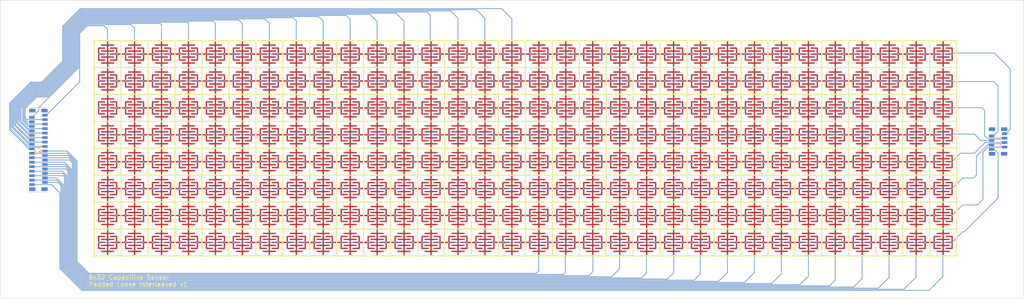
<source format=kicad_pcb>
(kicad_pcb (version 20211014) (generator pcbnew)
  (layers (0 "F.Cu" signal) (31 "B.Cu" signal) (34 "B.Paste" user) (35 "F.Paste" user) (36 "B.SilkS" user "B.Silkscreen") (37 "F.SilkS" user "F.Silkscreen") (38 "B.Mask" user) (39 "F.Mask" user) (44 "Edge.Cuts" user))
  (net 0 "")
  (net 1 "Net-(J1-Pad1)")
  (net 2 "Net-(J1-Pad2)")
  (net 3 "Net-(J1-Pad3)")
  (net 4 "Net-(J1-Pad4)")
  (net 5 "Net-(J1-Pad5)")
  (net 6 "Net-(J1-Pad6)")
  (net 7 "Net-(J1-Pad7)")
  (net 8 "Net-(J1-Pad8)")
  (net 9 "Net-(J2-Pad1)")
  (net 10 "Net-(J2-Pad2)")
  (net 11 "Net-(J2-Pad3)")
  (net 12 "Net-(J2-Pad4)")
  (net 13 "Net-(J2-Pad5)")
  (net 14 "Net-(J2-Pad6)")
  (net 15 "Net-(J2-Pad7)")
  (net 16 "Net-(J2-Pad8)")
  (net 17 "Net-(J2-Pad9)")
  (net 18 "Net-(J2-Pad10)")
  (net 19 "Net-(J2-Pad11)")
  (net 20 "Net-(J2-Pad12)")
  (net 21 "Net-(J2-Pad13)")
  (net 22 "Net-(J2-Pad14)")
  (net 23 "Net-(J2-Pad15)")
  (net 24 "Net-(J2-Pad16)")
  (net 25 "Net-(J2-Pad17)")
  (net 26 "Net-(J2-Pad18)")
  (net 27 "Net-(J2-Pad19)")
  (net 28 "Net-(J2-Pad20)")
  (net 29 "Net-(J2-Pad21)")
  (net 30 "Net-(J2-Pad22)")
  (net 31 "Net-(J2-Pad23)")
  (net 32 "Net-(J2-Pad24)")
  (net 33 "Net-(J2-Pad25)")
  (net 34 "Net-(J2-Pad26)")
  (net 35 "Net-(J2-Pad27)")
  (net 36 "Net-(J2-Pad28)")
  (net 37 "Net-(J2-Pad29)")
  (net 38 "Net-(J2-Pad30)")
  (net 39 "Net-(J2-Pad31)")
  (net 40 "Net-(J2-Pad32)")
  (footprint "ASMR_footprints:captouch_8x32_padded_interleaved_loose" (layer "F.Cu") (at 62.935 55.855)
    (fp_text reference "U1" hide)
    (fp_text value "captouch_8x32_grid" hide)
  )
  (footprint "ASMR_footprints:Conn_FFC_1x32_0.5mm_Molex_5019513210" (layer "B.Cu") (at 50.675 80.375 -90)
    (fp_text reference "J2")
    (fp_text value "Conn_01x32_Male" hide)
  )
  (footprint "ASMR_footprints:Conn_FFC_1x8_0.5mm_Molex_5019510830" (layer "B.Cu") (at 264.325 78.5 -90)
    (fp_text reference "J1")
    (fp_text value "Conn_01x08_Male" hide)
  )
  (gr_rect (start 42.175 47) (end 270.05 113.55) (layer "Edge.Cuts") (width 0.1) (fill none))
  (gr_text "8x32 Capacitive Sensor\nPadded Loose Interleaved v1" (at 61.775 109.575) (layer "F.SilkS") (effects (font (size 1 1)) (justify left)))
  (via (at 178.1 58.99) (size 0.4) (drill 0.2) (layers "F.Cu" "B.Cu") (net 1))
  (via (at 244.1 58.99) (size 0.4) (drill 0.2) (layers "F.Cu" "B.Cu") (net 1))
  (via (at 98.08 59) (size 0.4) (drill 0.2) (layers "F.Cu" "B.Cu") (net 1))
  (via (at 140.08 59) (size 0.4) (drill 0.2) (layers "F.Cu" "B.Cu") (net 1))
  (via (at 202.1 58.99) (size 0.4) (drill 0.2) (layers "F.Cu" "B.Cu") (net 1))
  (via (at 76.1 58.99) (size 0.4) (drill 0.2) (layers "F.Cu" "B.Cu") (net 1))
  (via (at 176.08 59) (size 0.4) (drill 0.2) (layers "F.Cu" "B.Cu") (net 1))
  (via (at 130.1 58.99) (size 0.4) (drill 0.2) (layers "F.Cu" "B.Cu") (net 1))
  (via (at 220.1 58.99) (size 0.4) (drill 0.2) (layers "F.Cu" "B.Cu") (net 1))
  (via (at 226.1 58.99) (size 0.4) (drill 0.2) (layers "F.Cu" "B.Cu") (net 1))
  (via (at 112.1 58.99) (size 0.4) (drill 0.2) (layers "F.Cu" "B.Cu") (net 1))
  (via (at 188.08 59) (size 0.4) (drill 0.2) (layers "F.Cu" "B.Cu") (net 1))
  (via (at 236.08 59) (size 0.4) (drill 0.2) (layers "F.Cu" "B.Cu") (net 1))
  (via (at 172.1 58.99) (size 0.4) (drill 0.2) (layers "F.Cu" "B.Cu") (net 1))
  (via (at 142.1 58.99) (size 0.4) (drill 0.2) (layers "F.Cu" "B.Cu") (net 1))
  (via (at 254.08 59) (size 0.4) (drill 0.2) (layers "F.Cu" "B.Cu") (net 1))
  (via (at 242.08 59) (size 0.4) (drill 0.2) (layers "F.Cu" "B.Cu") (net 1))
  (via (at 166.1 58.99) (size 0.4) (drill 0.2) (layers "F.Cu" "B.Cu") (net 1))
  (via (at 250.1 58.99) (size 0.4) (drill 0.2) (layers "F.Cu" "B.Cu") (net 1))
  (via (at 200.08 59) (size 0.4) (drill 0.2) (layers "F.Cu" "B.Cu") (net 1))
  (via (at 224.08 59) (size 0.4) (drill 0.2) (layers "F.Cu" "B.Cu") (net 1))
  (via (at 134.08 59) (size 0.4) (drill 0.2) (layers "F.Cu" "B.Cu") (net 1))
  (via (at 80.08 59) (size 0.4) (drill 0.2) (layers "F.Cu" "B.Cu") (net 1))
  (via (at 124.1 58.99) (size 0.4) (drill 0.2) (layers "F.Cu" "B.Cu") (net 1))
  (via (at 160.1 58.99) (size 0.4) (drill 0.2) (layers "F.Cu" "B.Cu") (net 1))
  (via (at 184.1 58.99) (size 0.4) (drill 0.2) (layers "F.Cu" "B.Cu") (net 1))
  (via (at 208.1 58.99) (size 0.4) (drill 0.2) (layers "F.Cu" "B.Cu") (net 1))
  (via (at 136.1 58.99) (size 0.4) (drill 0.2) (layers "F.Cu" "B.Cu") (net 1))
  (via (at 128.08 59) (size 0.4) (drill 0.2) (layers "F.Cu" "B.Cu") (net 1))
  (via (at 116.08 59) (size 0.4) (drill 0.2) (layers "F.Cu" "B.Cu") (net 1))
  (via (at 212.08 59) (size 0.4) (drill 0.2) (layers "F.Cu" "B.Cu") (net 1))
  (via (at 248.08 59) (size 0.4) (drill 0.2) (layers "F.Cu" "B.Cu") (net 1))
  (via (at 68.08 59) (size 0.4) (drill 0.2) (layers "F.Cu" "B.Cu") (net 1))
  (via (at 86.08 59) (size 0.4) (drill 0.2) (layers "F.Cu" "B.Cu") (net 1))
  (via (at 196.1 58.99) (size 0.4) (drill 0.2) (layers "F.Cu" "B.Cu") (net 1))
  (via (at 122.08 59) (size 0.4) (drill 0.2) (layers "F.Cu" "B.Cu") (net 1))
  (via (at 100.1 58.99) (size 0.4) (drill 0.2) (layers "F.Cu" "B.Cu") (net 1))
  (via (at 232.1 58.99) (size 0.4) (drill 0.2) (layers "F.Cu" "B.Cu") (net 1))
  (via (at 182.08 59) (size 0.4) (drill 0.2) (layers "F.Cu" "B.Cu") (net 1))
  (via (at 238.1 58.99) (size 0.4) (drill 0.2) (layers "F.Cu" "B.Cu") (net 1))
  (via (at 74.08 59) (size 0.4) (drill 0.2) (layers "F.Cu" "B.Cu") (net 1))
  (via (at 70.1 58.99) (size 0.4) (drill 0.2) (layers "F.Cu" "B.Cu") (net 1))
  (via (at 194.08 59) (size 0.4) (drill 0.2) (layers "F.Cu" "B.Cu") (net 1))
  (via (at 88.1 58.99) (size 0.4) (drill 0.2) (layers "F.Cu" "B.Cu") (net 1))
  (via (at 230.08 59) (size 0.4) (drill 0.2) (layers "F.Cu" "B.Cu") (net 1))
  (via (at 104.08 59) (size 0.4) (drill 0.2) (layers "F.Cu" "B.Cu") (net 1))
  (via (at 118.1 58.99) (size 0.4) (drill 0.2) (layers "F.Cu" "B.Cu") (net 1))
  (via (at 154.1 58.99) (size 0.4) (drill 0.2) (layers "F.Cu" "B.Cu") (net 1))
  (via (at 106.1 58.99) (size 0.4) (drill 0.2) (layers "F.Cu" "B.Cu") (net 1))
  (via (at 218.08 59) (size 0.4) (drill 0.2) (layers "F.Cu" "B.Cu") (net 1))
  (via (at 158.08 59) (size 0.4) (drill 0.2) (layers "F.Cu" "B.Cu") (net 1))
  (via (at 170.08 59) (size 0.4) (drill 0.2) (layers "F.Cu" "B.Cu") (net 1))
  (via (at 64.1 58.99) (size 0.4) (drill 0.2) (layers "F.Cu" "B.Cu") (net 1))
  (via (at 214.1 58.99) (size 0.4) (drill 0.2) (layers "F.Cu" "B.Cu") (net 1))
  (via (at 94.1 58.99) (size 0.4) (drill 0.2) (layers "F.Cu" "B.Cu") (net 1))
  (via (at 110.08 59) (size 0.4) (drill 0.2) (layers "F.Cu" "B.Cu") (net 1))
  (via (at 164.08 59) (size 0.4) (drill 0.2) (layers "F.Cu" "B.Cu") (net 1))
  (via (at 92.08 59) (size 0.4) (drill 0.2) (layers "F.Cu" "B.Cu") (net 1))
  (via (at 146.08 59) (size 0.4) (drill 0.2) (layers "F.Cu" "B.Cu") (net 1))
  (via (at 148.1 58.99) (size 0.4) (drill 0.2) (layers "F.Cu" "B.Cu") (net 1))
  (via (at 190.1 58.99) (size 0.4) (drill 0.2) (layers "F.Cu" "B.Cu") (net 1))
  (via (at 82.1 58.99) (size 0.4) (drill 0.2) (layers "F.Cu" "B.Cu") (net 1))
  (via (at 206.08 59) (size 0.4) (drill 0.2) (layers "F.Cu" "B.Cu") (net 1))
  (via (at 152.08 59) (size 0.4) (drill 0.2) (layers "F.Cu" "B.Cu") (net 1))
  (segment (start 263.5 58.775) (end 254.305 58.775) (width 0.127) (layer "B.Cu") (net 1))
  (segment (start 68.07 58.99) (end 68.08 59) (width 0.127) (layer "B.Cu") (net 1))
  (segment (start 178.1 58.99) (end 182.07 58.99) (width 0.127) (layer "B.Cu") (net 1))
  (segment (start 100.1 58.99) (end 104.07 58.99) (width 0.127) (layer "B.Cu") (net 1))
  (segment (start 64.1 58.99) (end 68.07 58.99) (width 0.127) (layer "B.Cu") (net 1))
  (segment (start 160.1 58.99) (end 164.07 58.99) (width 0.127) (layer "B.Cu") (net 1))
  (segment (start 76.1 58.99) (end 80.07 58.99) (width 0.127) (layer "B.Cu") (net 1))
  (segment (start 196.1 58.99) (end 200.07 58.99) (width 0.127) (layer "B.Cu") (net 1))
  (segment (start 190.1 58.99) (end 194.07 58.99) (width 0.127) (layer "B.Cu") (net 1))
  (segment (start 112.1 58.99) (end 116.07 58.99) (width 0.127) (layer "B.Cu") (net 1))
  (segment (start 238.1 58.99) (end 242.07 58.99) (width 0.127) (layer "B.Cu") (net 1))
  (segment (start 202.1 58.99) (end 206.07 58.99) (width 0.127) (layer "B.Cu") (net 1))
  (segment (start 106.1 58.99) (end 110.07 58.99) (width 0.127) (layer "B.Cu") (net 1))
  (segment (start 250.1 58.99) (end 254.07 58.99) (width 0.127) (layer "B.Cu") (net 1))
  (segment (start 70.1 58.99) (end 74.07 58.99) (width 0.127) (layer "B.Cu") (net 1))
  (segment (start 220.1 58.99) (end 224.07 58.99) (width 0.127) (layer "B.Cu") (net 1))
  (segment (start 208.1 58.99) (end 212.07 58.99) (width 0.127) (layer "B.Cu") (net 1))
  (segment (start 244.1 58.99) (end 248.07 58.99) (width 0.127) (layer "B.Cu") (net 1))
  (segment (start 88.1 58.99) (end 92.07 58.99) (width 0.127) (layer "B.Cu") (net 1))
  (segment (start 267.025 75.8) (end 267.025 62.3) (width 0.127) (layer "B.Cu") (net 1))
  (segment (start 184.1 58.99) (end 188.07 58.99) (width 0.127) (layer "B.Cu") (net 1))
  (segment (start 166.1 58.99) (end 170.07 58.99) (width 0.127) (layer "B.Cu") (net 1))
  (segment (start 266.075 76.75) (end 267.025 75.8) (width 0.127) (layer "B.Cu") (net 1))
  (segment (start 130.1 58.99) (end 134.07 58.99) (width 0.127) (layer "B.Cu") (net 1))
  (segment (start 136.1 58.99) (end 140.07 58.99) (width 0.127) (layer "B.Cu") (net 1))
  (segment (start 232.1 58.99) (end 236.07 58.99) (width 0.127) (layer "B.Cu") (net 1))
  (segment (start 142.1 58.99) (end 146.07 58.99) (width 0.127) (layer "B.Cu") (net 1))
  (segment (start 94.1 58.99) (end 98.07 58.99) (width 0.127) (layer "B.Cu") (net 1))
  (segment (start 254.305 58.775) (end 254.08 59) (width 0.127) (layer "B.Cu") (net 1))
  (segment (start 214.1 58.99) (end 218.07 58.99) (width 0.127) (layer "B.Cu") (net 1))
  (segment (start 265.775 76.75) (end 266.075 76.75) (width 0.127) (layer "B.Cu") (net 1))
  (segment (start 172.1 58.99) (end 176.07 58.99) (width 0.127) (layer "B.Cu") (net 1))
  (segment (start 226.1 58.99) (end 230.07 58.99) (width 0.127) (layer "B.Cu") (net 1))
  (segment (start 124.1 58.99) (end 128.07 58.99) (width 0.127) (layer "B.Cu") (net 1))
  (segment (start 118.1 58.99) (end 122.07 58.99) (width 0.127) (layer "B.Cu") (net 1))
  (segment (start 82.1 58.99) (end 86.07 58.99) (width 0.127) (layer "B.Cu") (net 1))
  (segment (start 154.1 58.99) (end 158.07 58.99) (width 0.127) (layer "B.Cu") (net 1))
  (segment (start 267.025 62.3) (end 263.5 58.775) (width 0.127) (layer "B.Cu") (net 1))
  (segment (start 148.1 58.99) (end 152.07 58.99) (width 0.127) (layer "B.Cu") (net 1))
  (via (at 208.1 64.99) (size 0.4) (drill 0.2) (layers "F.Cu" "B.Cu") (net 2))
  (via (at 218.08 65) (size 0.4) (drill 0.2) (layers "F.Cu" "B.Cu") (net 2))
  (via (at 122.08 65) (size 0.4) (drill 0.2) (layers "F.Cu" "B.Cu") (net 2))
  (via (at 152.08 65) (size 0.4) (drill 0.2) (layers "F.Cu" "B.Cu") (net 2))
  (via (at 188.08 65) (size 0.4) (drill 0.2) (layers "F.Cu" "B.Cu") (net 2))
  (via (at 146.08 65) (size 0.4) (drill 0.2) (layers "F.Cu" "B.Cu") (net 2))
  (via (at 134.08 65) (size 0.4) (drill 0.2) (layers "F.Cu" "B.Cu") (net 2))
  (via (at 164.08 65) (size 0.4) (drill 0.2) (layers "F.Cu" "B.Cu") (net 2))
  (via (at 154.1 64.99) (size 0.4) (drill 0.2) (layers "F.Cu" "B.Cu") (net 2))
  (via (at 230.08 65) (size 0.4) (drill 0.2) (layers "F.Cu" "B.Cu") (net 2))
  (via (at 238.1 64.99) (size 0.4) (drill 0.2) (layers "F.Cu" "B.Cu") (net 2))
  (via (at 226.1 64.99) (size 0.4) (drill 0.2) (layers "F.Cu" "B.Cu") (net 2))
  (via (at 112.1 64.99) (size 0.4) (drill 0.2) (layers "F.Cu" "B.Cu") (net 2))
  (via (at 148.1 64.99) (size 0.4) (drill 0.2) (layers "F.Cu" "B.Cu") (net 2))
  (via (at 130.1 64.99) (size 0.4) (drill 0.2) (layers "F.Cu" "B.Cu") (net 2))
  (via (at 92.08 65) (size 0.4) (drill 0.2) (layers "F.Cu" "B.Cu") (net 2))
  (via (at 254.08 65) (size 0.4) (drill 0.2) (layers "F.Cu" "B.Cu") (net 2))
  (via (at 104.08 65) (size 0.4) (drill 0.2) (layers "F.Cu" "B.Cu") (net 2))
  (via (at 64.1 64.99) (size 0.4) (drill 0.2) (layers "F.Cu" "B.Cu") (net 2))
  (via (at 194.08 65) (size 0.4) (drill 0.2) (layers "F.Cu" "B.Cu") (net 2))
  (via (at 98.08 65) (size 0.4) (drill 0.2) (layers "F.Cu" "B.Cu") (net 2))
  (via (at 236.08 65) (size 0.4) (drill 0.2) (layers "F.Cu" "B.Cu") (net 2))
  (via (at 250.1 64.99) (size 0.4) (drill 0.2) (layers "F.Cu" "B.Cu") (net 2))
  (via (at 176.08 65) (size 0.4) (drill 0.2) (layers "F.Cu" "B.Cu") (net 2))
  (via (at 82.1 64.99) (size 0.4) (drill 0.2) (layers "F.Cu" "B.Cu") (net 2))
  (via (at 196.1 64.99) (size 0.4) (drill 0.2) (layers "F.Cu" "B.Cu") (net 2))
  (via (at 124.1 64.99) (size 0.4) (drill 0.2) (layers "F.Cu" "B.Cu") (net 2))
  (via (at 224.08 65) (size 0.4) (drill 0.2) (layers "F.Cu" "B.Cu") (net 2))
  (via (at 86.08 65) (size 0.4) (drill 0.2) (layers "F.Cu" "B.Cu") (net 2))
  (via (at 118.1 64.99) (size 0.4) (drill 0.2) (layers "F.Cu" "B.Cu") (net 2))
  (via (at 160.1 64.99) (size 0.4) (drill 0.2) (layers "F.Cu" "B.Cu") (net 2))
  (via (at 94.1 64.99) (size 0.4) (drill 0.2) (layers "F.Cu" "B.Cu") (net 2))
  (via (at 220.1 64.99) (size 0.4) (drill 0.2) (layers "F.Cu" "B.Cu") (net 2))
  (via (at 172.1 64.99) (size 0.4) (drill 0.2) (layers "F.Cu" "B.Cu") (net 2))
  (via (at 190.1 64.99) (size 0.4) (drill 0.2) (layers "F.Cu" "B.Cu") (net 2))
  (via (at 140.08 65) (size 0.4) (drill 0.2) (layers "F.Cu" "B.Cu") (net 2))
  (via (at 136.1 64.99) (size 0.4) (drill 0.2) (layers "F.Cu" "B.Cu") (net 2))
  (via (at 184.1 64.99) (size 0.4) (drill 0.2) (layers "F.Cu" "B.Cu") (net 2))
  (via (at 182.08 65) (size 0.4) (drill 0.2) (layers "F.Cu" "B.Cu") (net 2))
  (via (at 80.08 65) (size 0.4) (drill 0.2) (layers "F.Cu" "B.Cu") (net 2))
  (via (at 106.1 64.99) (size 0.4) (drill 0.2) (layers "F.Cu" "B.Cu") (net 2))
  (via (at 248.08 65) (size 0.4) (drill 0.2) (layers "F.Cu" "B.Cu") (net 2))
  (via (at 206.08 65) (size 0.4) (drill 0.2) (layers "F.Cu" "B.Cu") (net 2))
  (via (at 166.1 64.99) (size 0.4) (drill 0.2) (layers "F.Cu" "B.Cu") (net 2))
  (via (at 68.08 65) (size 0.4) (drill 0.2) (layers "F.Cu" "B.Cu") (net 2))
  (via (at 200.08 65) (size 0.4) (drill 0.2) (layers "F.Cu" "B.Cu") (net 2))
  (via (at 76.1 64.99) (size 0.4) (drill 0.2) (layers "F.Cu" "B.Cu") (net 2))
  (via (at 70.1 64.99) (size 0.4) (drill 0.2) (layers "F.Cu" "B.Cu") (net 2))
  (via (at 242.08 65) (size 0.4) (drill 0.2) (layers "F.Cu" "B.Cu") (net 2))
  (via (at 100.1 64.99) (size 0.4) (drill 0.2) (layers "F.Cu" "B.Cu") (net 2))
  (via (at 128.08 65) (size 0.4) (drill 0.2) (layers "F.Cu" "B.Cu") (net 2))
  (via (at 110.08 65) (size 0.4) (drill 0.2) (layers "F.Cu" "B.Cu") (net 2))
  (via (at 214.1 64.99) (size 0.4) (drill 0.2) (layers "F.Cu" "B.Cu") (net 2))
  (via (at 212.08 65) (size 0.4) (drill 0.2) (layers "F.Cu" "B.Cu") (net 2))
  (via (at 244.1 64.99) (size 0.4) (drill 0.2) (layers "F.Cu" "B.Cu") (net 2))
  (via (at 158.08 65) (size 0.4) (drill 0.2) (layers "F.Cu" "B.Cu") (net 2))
  (via (at 142.1 64.99) (size 0.4) (drill 0.2) (layers "F.Cu" "B.Cu") (net 2))
  (via (at 202.1 64.99) (size 0.4) (drill 0.2) (layers "F.Cu" "B.Cu") (net 2))
  (via (at 232.1 64.99) (size 0.4) (drill 0.2) (layers "F.Cu" "B.Cu") (net 2))
  (via (at 88.1 64.99) (size 0.4) (drill 0.2) (layers "F.Cu" "B.Cu") (net 2))
  (via (at 178.1 64.99) (size 0.4) (drill 0.2) (layers "F.Cu" "B.Cu") (net 2))
  (via (at 74.08 65) (size 0.4) (drill 0.2) (layers "F.Cu" "B.Cu") (net 2))
  (via (at 116.08 65) (size 0.4) (drill 0.2) (layers "F.Cu" "B.Cu") (net 2))
  (via (at 170.08 65) (size 0.4) (drill 0.2) (layers "F.Cu" "B.Cu") (net 2))
  (segment (start 226.1 64.99) (end 230.07 64.99) (width 0.127) (layer "B.Cu") (net 2))
  (segment (start 214.1 64.99) (end 218.07 64.99) (width 0.127) (layer "B.Cu") (net 2))
  (segment (start 196.1 64.99) (end 200.07 64.99) (width 0.127) (layer "B.Cu") (net 2))
  (segment (start 142.1 64.99) (end 146.07 64.99) (width 0.127) (layer "B.Cu") (net 2))
  (segment (start 250.1 64.99) (end 254.07 64.99) (width 0.127) (layer "B.Cu") (net 2))
  (segment (start 130.1 64.99) (end 134.07 64.99) (width 0.127) (layer "B.Cu") (net 2))
  (segment (start 76.1 64.99) (end 80.07 64.99) (width 0.127) (layer "B.Cu") (net 2))
  (segment (start 124.1 64.99) (end 128.07 64.99) (width 0.127) (layer "B.Cu") (net 2))
  (segment (start 136.1 64.99) (end 140.07 64.99) (width 0.127) (layer "B.Cu") (net 2))
  (segment (start 184.1 64.99) (end 188.07 64.99) (width 0.127) (layer "B.Cu") (net 2))
  (segment (start 208.1 64.99) (end 212.07 64.99) (width 0.127) (layer "B.Cu") (net 2))
  (segment (start 82.1 64.99) (end 86.07 64.99) (width 0.127) (layer "B.Cu") (net 2))
  (segment (start 232.1 64.99) (end 236.07 64.99) (width 0.127) (layer "B.Cu") (net 2))
  (segment (start 244.1 64.99) (end 248.07 64.99) (width 0.127) (layer "B.Cu") (net 2))
  (segment (start 64.1 64.99) (end 68.07 64.99) (width 0.127) (layer "B.Cu") (net 2))
  (segment (start 100.1 64.99) (end 104.07 64.99) (width 0.127) (layer "B.Cu") (net 2))
  (segment (start 70.1 64.99) (end 74.07 64.99) (width 0.127) (layer "B.Cu") (net 2))
  (segment (start 160.1 64.99) (end 164.07 64.99) (width 0.127) (layer "B.Cu") (net 2))
  (segment (start 263.375 77.25) (end 264.3 76.325) (width 0.127) (layer "B.Cu") (net 2))
  (segment (start 220.1 64.99) (end 224.07 64.99) (width 0.127) (layer "B.Cu") (net 2))
  (segment (start 148.1 64.99) (end 152.07 64.99) (width 0.127) (layer "B.Cu") (net 2))
  (segment (start 254.23 65.15) (end 254.08 65) (width 0.127) (layer "B.Cu") (net 2))
  (segment (start 264.3 76.325) (end 264.3 66.05) (width 0.127) (layer "B.Cu") (net 2))
  (segment (start 94.1 64.99) (end 98.07 64.99) (width 0.127) (layer "B.Cu") (net 2))
  (segment (start 178.1 64.99) (end 182.07 64.99) (width 0.127) (layer "B.Cu") (net 2))
  (segment (start 166.1 64.99) (end 170.07 64.99) (width 0.127) (layer "B.Cu") (net 2))
  (segment (start 264.3 66.05) (end 263.4 65.15) (width 0.127) (layer "B.Cu") (net 2))
  (segment (start 262.875 77.25) (end 263.375 77.25) (width 0.127) (layer "B.Cu") (net 2))
  (segment (start 263.4 65.15) (end 254.23 65.15) (width 0.127) (layer "B.Cu") (net 2))
  (segment (start 118.1 64.99) (end 122.07 64.99) (width 0.127) (layer "B.Cu") (net 2))
  (segment (start 88.1 64.99) (end 92.07 64.99) (width 0.127) (layer "B.Cu") (net 2))
  (segment (start 190.1 64.99) (end 194.07 64.99) (width 0.127) (layer "B.Cu") (net 2))
  (segment (start 106.1 64.99) (end 110.07 64.99) (width 0.127) (layer "B.Cu") (net 2))
  (segment (start 112.1 64.99) (end 116.07 64.99) (width 0.127) (layer "B.Cu") (net 2))
  (segment (start 202.1 64.99) (end 206.07 64.99) (width 0.127) (layer "B.Cu") (net 2))
  (segment (start 238.1 64.99) (end 242.07 64.99) (width 0.127) (layer "B.Cu") (net 2))
  (segment (start 154.1 64.99) (end 158.07 64.99) (width 0.127) (layer "B.Cu") (net 2))
  (segment (start 172.1 64.99) (end 176.07 64.99) (width 0.127) (layer "B.Cu") (net 2))
  (via (at 134.08 71) (size 0.4) (drill 0.2) (layers "F.Cu" "B.Cu") (net 3))
  (via (at 86.08 71) (size 0.4) (drill 0.2) (layers "F.Cu" "B.Cu") (net 3))
  (via (at 224.08 71) (size 0.4) (drill 0.2) (layers "F.Cu" "B.Cu") (net 3))
  (via (at 244.1 70.99) (size 0.4) (drill 0.2) (layers "F.Cu" "B.Cu") (net 3))
  (via (at 74.08 71) (size 0.4) (drill 0.2) (layers "F.Cu" "B.Cu") (net 3))
  (via (at 106.1 70.99) (size 0.4) (drill 0.2) (layers "F.Cu" "B.Cu") (net 3))
  (via (at 154.1 70.99) (size 0.4) (drill 0.2) (layers "F.Cu" "B.Cu") (net 3))
  (via (at 104.08 71) (size 0.4) (drill 0.2) (layers "F.Cu" "B.Cu") (net 3))
  (via (at 92.08 71) (size 0.4) (drill 0.2) (layers "F.Cu" "B.Cu") (net 3))
  (via (at 112.1 70.99) (size 0.4) (drill 0.2) (layers "F.Cu" "B.Cu") (net 3))
  (via (at 68.08 71) (size 0.4) (drill 0.2) (layers "F.Cu" "B.Cu") (net 3))
  (via (at 166.1 70.99) (size 0.4) (drill 0.2) (layers "F.Cu" "B.Cu") (net 3))
  (via (at 136.1 70.99) (size 0.4) (drill 0.2) (layers "F.Cu" "B.Cu") (net 3))
  (via (at 110.08 71) (size 0.4) (drill 0.2) (layers "F.Cu" "B.Cu") (net 3))
  (via (at 70.1 70.99) (size 0.4) (drill 0.2) (layers "F.Cu" "B.Cu") (net 3))
  (via (at 140.08 71) (size 0.4) (drill 0.2) (layers "F.Cu" "B.Cu") (net 3))
  (via (at 208.1 70.99) (size 0.4) (drill 0.2) (layers "F.Cu" "B.Cu") (net 3))
  (via (at 254.08 71) (size 0.4) (drill 0.2) (layers "F.Cu" "B.Cu") (net 3))
  (via (at 160.1 70.99) (size 0.4) (drill 0.2) (layers "F.Cu" "B.Cu") (net 3))
  (via (at 100.1 70.99) (size 0.4) (drill 0.2) (layers "F.Cu" "B.Cu") (net 3))
  (via (at 188.08 71) (size 0.4) (drill 0.2) (layers "F.Cu" "B.Cu") (net 3))
  (via (at 170.08 71) (size 0.4) (drill 0.2) (layers "F.Cu" "B.Cu") (net 3))
  (via (at 76.1 70.99) (size 0.4) (drill 0.2) (layers "F.Cu" "B.Cu") (net 3))
  (via (at 226.1 70.99) (size 0.4) (drill 0.2) (layers "F.Cu" "B.Cu") (net 3))
  (via (at 130.1 70.99) (size 0.4) (drill 0.2) (layers "F.Cu" "B.Cu") (net 3))
  (via (at 250.1 70.99) (size 0.4) (drill 0.2) (layers "F.Cu" "B.Cu") (net 3))
  (via (at 238.1 70.99) (size 0.4) (drill 0.2) (layers "F.Cu" "B.Cu") (net 3))
  (via (at 200.08 71) (size 0.4) (drill 0.2) (layers "F.Cu" "B.Cu") (net 3))
  (via (at 214.1 70.99) (size 0.4) (drill 0.2) (layers "F.Cu" "B.Cu") (net 3))
  (via (at 124.1 70.99) (size 0.4) (drill 0.2) (layers "F.Cu" "B.Cu") (net 3))
  (via (at 98.08 71) (size 0.4) (drill 0.2) (layers "F.Cu" "B.Cu") (net 3))
  (via (at 64.1 70.99) (size 0.4) (drill 0.2) (layers "F.Cu" "B.Cu") (net 3))
  (via (at 190.1 70.99) (size 0.4) (drill 0.2) (layers "F.Cu" "B.Cu") (net 3))
  (via (at 182.08 71) (size 0.4) (drill 0.2) (layers "F.Cu" "B.Cu") (net 3))
  (via (at 220.1 70.99) (size 0.4) (drill 0.2) (layers "F.Cu" "B.Cu") (net 3))
  (via (at 82.1 70.99) (size 0.4) (drill 0.2) (layers "F.Cu" "B.Cu") (net 3))
  (via (at 178.1 70.99) (size 0.4) (drill 0.2) (layers "F.Cu" "B.Cu") (net 3))
  (via (at 206.08 71) (size 0.4) (drill 0.2) (layers "F.Cu" "B.Cu") (net 3))
  (via (at 158.08 71) (size 0.4) (drill 0.2) (layers "F.Cu" "B.Cu") (net 3))
  (via (at 196.1 70.99) (size 0.4) (drill 0.2) (layers "F.Cu" "B.Cu") (net 3))
  (via (at 128.08 71) (size 0.4) (drill 0.2) (layers "F.Cu" "B.Cu") (net 3))
  (via (at 142.1 70.99) (size 0.4) (drill 0.2) (layers "F.Cu" "B.Cu") (net 3))
  (via (at 164.08 71) (size 0.4) (drill 0.2) (layers "F.Cu" "B.Cu") (net 3))
  (via (at 194.08 71) (size 0.4) (drill 0.2) (layers "F.Cu" "B.Cu") (net 3))
  (via (at 242.08 71) (size 0.4) (drill 0.2) (layers "F.Cu" "B.Cu") (net 3))
  (via (at 232.1 70.99) (size 0.4) (drill 0.2) (layers "F.Cu" "B.Cu") (net 3))
  (via (at 88.1 70.99) (size 0.4) (drill 0.2) (layers "F.Cu" "B.Cu") (net 3))
  (via (at 184.1 70.99) (size 0.4) (drill 0.2) (layers "F.Cu" "B.Cu") (net 3))
  (via (at 248.08 71) (size 0.4) (drill 0.2) (layers "F.Cu" "B.Cu") (net 3))
  (via (at 118.1 70.99) (size 0.4) (drill 0.2) (layers "F.Cu" "B.Cu") (net 3))
  (via (at 116.08 71) (size 0.4) (drill 0.2) (layers "F.Cu" "B.Cu") (net 3))
  (via (at 122.08 71) (size 0.4) (drill 0.2) (layers "F.Cu" "B.Cu") (net 3))
  (via (at 176.08 71) (size 0.4) (drill 0.2) (layers "F.Cu" "B.Cu") (net 3))
  (via (at 80.08 71) (size 0.4) (drill 0.2) (layers "F.Cu" "B.Cu") (net 3))
  (via (at 218.08 71) (size 0.4) (drill 0.2) (layers "F.Cu" "B.Cu") (net 3))
  (via (at 172.1 70.99) (size 0.4) (drill 0.2) (layers "F.Cu" "B.Cu") (net 3))
  (via (at 212.08 71) (size 0.4) (drill 0.2) (layers "F.Cu" "B.Cu") (net 3))
  (via (at 152.08 71) (size 0.4) (drill 0.2) (layers "F.Cu" "B.Cu") (net 3))
  (via (at 236.08 71) (size 0.4) (drill 0.2) (layers "F.Cu" "B.Cu") (net 3))
  (via (at 202.1 70.99) (size 0.4) (drill 0.2) (layers "F.Cu" "B.Cu") (net 3))
  (via (at 230.08 71) (size 0.4) (drill 0.2) (layers "F.Cu" "B.Cu") (net 3))
  (via (at 148.1 70.99) (size 0.4) (drill 0.2) (layers "F.Cu" "B.Cu") (net 3))
  (via (at 146.08 71) (size 0.4) (drill 0.2) (layers "F.Cu" "B.Cu") (net 3))
  (via (at 94.1 70.99) (size 0.4) (drill 0.2) (layers "F.Cu" "B.Cu") (net 3))
  (segment (start 112.1 70.99) (end 116.07 70.99) (width 0.127) (layer "B.Cu") (net 3))
  (segment (start 261.325 71.6) (end 260.7 70.975) (width 0.127) (layer "B.Cu") (net 3))
  (segment (start 220.1 70.99) (end 224.07 70.99) (width 0.127) (layer "B.Cu") (net 3))
  (segment (start 154.1 70.99) (end 158.07 70.99) (width 0.127) (layer "B.Cu") (net 3))
  (segment (start 148.1 70.99) (end 152.07 70.99) (width 0.127) (layer "B.Cu") (net 3))
  (segment (start 178.1 70.99) (end 182.07 70.99) (width 0.127) (layer "B.Cu") (net 3))
  (segment (start 184.1 70.99) (end 188.07 70.99) (width 0.127) (layer "B.Cu") (net 3))
  (segment (start 232.1 70.99) (end 236.07 70.99) (width 0.127) (layer "B.Cu") (net 3))
  (segment (start 214.1 70.99) (end 218.07 70.99) (width 0.127) (layer "B.Cu") (net 3))
  (segment (start 88.1 70.99) (end 92.07 70.99) (width 0.127) (layer "B.Cu") (net 3))
  (segment (start 196.1 70.99) (end 200.07 70.99) (width 0.127) (layer "B.Cu") (net 3))
  (segment (start 166.1 70.99) (end 170.07 70.99) (width 0.127) (layer "B.Cu") (net 3))
  (segment (start 238.1 70.99) (end 242.07 70.99) (width 0.127) (layer "B.Cu") (net 3))
  (segment (start 190.1 70.99) (end 194.07 70.99) (width 0.127) (layer "B.Cu") (net 3))
  (segment (start 130.1 70.99) (end 134.07 70.99) (width 0.127) (layer "B.Cu") (net 3))
  (segment (start 142.1 70.99) (end 146.07 70.99) (width 0.127) (layer "B.Cu") (net 3))
  (segment (start 250.1 70.99) (end 254.07 70.99) (width 0.127) (layer "B.Cu") (net 3))
  (segment (start 261.85 77.75) (end 261.325 77.225) (width 0.127) (layer "B.Cu") (net 3))
  (segment (start 172.1 70.99) (end 176.07 70.99) (width 0.127) (layer "B.Cu") (net 3))
  (segment (start 64.1 70.99) (end 68.07 70.99) (width 0.127) (layer "B.Cu") (net 3))
  (segment (start 265.775 77.75) (end 261.85 77.75) (width 0.127) (layer "B.Cu") (net 3))
  (segment (start 136.1 70.99) (end 140.07 70.99) (width 0.127) (layer "B.Cu") (net 3))
  (segment (start 160.1 70.99) (end 164.07 70.99) (width 0.127) (layer "B.Cu") (net 3))
  (segment (start 226.1 70.99) (end 230.07 70.99) (width 0.127) (layer "B.Cu") (net 3))
  (segment (start 244.1 70.99) (end 248.07 70.99) (width 0.127) (layer "B.Cu") (net 3))
  (segment (start 254.105 70.975) (end 254.08 71) (width 0.127) (layer "B.Cu") (net 3))
  (segment (start 260.7 70.975) (end 254.105 70.975) (width 0.127) (layer "B.Cu") (net 3))
  (segment (start 94.1 70.99) (end 98.07 70.99) (width 0.127) (layer "B.Cu") (net 3))
  (segment (start 118.1 70.99) (end 122.07 70.99) (width 0.127) (layer "B.Cu") (net 3))
  (segment (start 261.325 77.225) (end 261.325 71.6) (width 0.127) (layer "B.Cu") (net 3))
  (segment (start 208.1 70.99) (end 212.07 70.99) (width 0.127) (layer "B.Cu") (net 3))
  (segment (start 82.1 70.99) (end 86.07 70.99) (width 0.127) (layer "B.Cu") (net 3))
  (segment (start 202.1 70.99) (end 206.07 70.99) (width 0.127) (layer "B.Cu") (net 3))
  (segment (start 70.1 70.99) (end 74.07 70.99) (width 0.127) (layer "B.Cu") (net 3))
  (segment (start 106.1 70.99) (end 110.07 70.99) (width 0.127) (layer "B.Cu") (net 3))
  (segment (start 124.1 70.99) (end 128.07 70.99) (width 0.127) (layer "B.Cu") (net 3))
  (segment (start 100.1 70.99) (end 104.07 70.99) (width 0.127) (layer "B.Cu") (net 3))
  (segment (start 76.1 70.99) (end 80.07 70.99) (width 0.127) (layer "B.Cu") (net 3))
  (via (at 212.08 77) (size 0.4) (drill 0.2) (layers "F.Cu" "B.Cu") (net 4))
  (via (at 250.1 76.99) (size 0.4) (drill 0.2) (layers "F.Cu" "B.Cu") (net 4))
  (via (at 166.1 76.99) (size 0.4) (drill 0.2) (layers "F.Cu" "B.Cu") (net 4))
  (via (at 68.08 77) (size 0.4) (drill 0.2) (layers "F.Cu" "B.Cu") (net 4))
  (via (at 76.1 76.99) (size 0.4) (drill 0.2) (layers "F.Cu" "B.Cu") (net 4))
  (via (at 148.1 76.99) (size 0.4) (drill 0.2) (layers "F.Cu" "B.Cu") (net 4))
  (via (at 122.08 77) (size 0.4) (drill 0.2) (layers "F.Cu" "B.Cu") (net 4))
  (via (at 104.08 77) (size 0.4) (drill 0.2) (layers "F.Cu" "B.Cu") (net 4))
  (via (at 88.1 76.99) (size 0.4) (drill 0.2) (layers "F.Cu" "B.Cu") (net 4))
  (via (at 142.1 76.99) (size 0.4) (drill 0.2) (layers "F.Cu" "B.Cu") (net 4))
  (via (at 154.1 76.99) (size 0.4) (drill 0.2) (layers "F.Cu" "B.Cu") (net 4))
  (via (at 116.08 77) (size 0.4) (drill 0.2) (layers "F.Cu" "B.Cu") (net 4))
  (via (at 140.08 77) (size 0.4) (drill 0.2) (layers "F.Cu" "B.Cu") (net 4))
  (via (at 64.1 76.99) (size 0.4) (drill 0.2) (layers "F.Cu" "B.Cu") (net 4))
  (via (at 184.1 76.99) (size 0.4) (drill 0.2) (layers "F.Cu" "B.Cu") (net 4))
  (via (at 200.08 77) (size 0.4) (drill 0.2) (layers "F.Cu" "B.Cu") (net 4))
  (via (at 74.08 77) (size 0.4) (drill 0.2) (layers "F.Cu" "B.Cu") (net 4))
  (via (at 110.08 77) (size 0.4) (drill 0.2) (layers "F.Cu" "B.Cu") (net 4))
  (via (at 214.1 76.99) (size 0.4) (drill 0.2) (layers "F.Cu" "B.Cu") (net 4))
  (via (at 220.1 76.99) (size 0.4) (drill 0.2) (layers "F.Cu" "B.Cu") (net 4))
  (via (at 206.08 77) (size 0.4) (drill 0.2) (layers "F.Cu" "B.Cu") (net 4))
  (via (at 254.08 77) (size 0.4) (drill 0.2) (layers "F.Cu" "B.Cu") (net 4))
  (via (at 238.1 76.99) (size 0.4) (drill 0.2) (layers "F.Cu" "B.Cu") (net 4))
  (via (at 70.1 76.99) (size 0.4) (drill 0.2) (layers "F.Cu" "B.Cu") (net 4))
  (via (at 146.08 77) (size 0.4) (drill 0.2) (layers "F.Cu" "B.Cu") (net 4))
  (via (at 112.1 76.99) (size 0.4) (drill 0.2) (layers "F.Cu" "B.Cu") (net 4))
  (via (at 182.08 77) (size 0.4) (drill 0.2) (layers "F.Cu" "B.Cu") (net 4))
  (via (at 244.1 76.99) (size 0.4) (drill 0.2) (layers "F.Cu" "B.Cu") (net 4))
  (via (at 202.1 76.99) (size 0.4) (drill 0.2) (layers "F.Cu" "B.Cu") (net 4))
  (via (at 136.1 76.99) (size 0.4) (drill 0.2) (layers "F.Cu" "B.Cu") (net 4))
  (via (at 248.08 77) (size 0.4) (drill 0.2) (layers "F.Cu" "B.Cu") (net 4))
  (via (at 176.08 77) (size 0.4) (drill 0.2) (layers "F.Cu" "B.Cu") (net 4))
  (via (at 178.1 76.99) (size 0.4) (drill 0.2) (layers "F.Cu" "B.Cu") (net 4))
  (via (at 80.08 77) (size 0.4) (drill 0.2) (layers "F.Cu" "B.Cu") (net 4))
  (via (at 134.08 77) (size 0.4) (drill 0.2) (layers "F.Cu" "B.Cu") (net 4))
  (via (at 164.08 77) (size 0.4) (drill 0.2) (layers "F.Cu" "B.Cu") (net 4))
  (via (at 194.08 77) (size 0.4) (drill 0.2) (layers "F.Cu" "B.Cu") (net 4))
  (via (at 118.1 76.99) (size 0.4) (drill 0.2) (layers "F.Cu" "B.Cu") (net 4))
  (via (at 232.1 76.99) (size 0.4) (drill 0.2) (layers "F.Cu" "B.Cu") (net 4))
  (via (at 230.08 77) (size 0.4) (drill 0.2) (layers "F.Cu" "B.Cu") (net 4))
  (via (at 94.1 76.99) (size 0.4) (drill 0.2) (layers "F.Cu" "B.Cu") (net 4))
  (via (at 160.1 76.99) (size 0.4) (drill 0.2) (layers "F.Cu" "B.Cu") (net 4))
  (via (at 124.1 76.99) (size 0.4) (drill 0.2) (layers "F.Cu" "B.Cu") (net 4))
  (via (at 152.08 77) (size 0.4) (drill 0.2) (layers "F.Cu" "B.Cu") (net 4))
  (via (at 172.1 76.99) (size 0.4) (drill 0.2) (layers "F.Cu" "B.Cu") (net 4))
  (via (at 158.08 77) (size 0.4) (drill 0.2) (layers "F.Cu" "B.Cu") (net 4))
  (via (at 208.1 76.99) (size 0.4) (drill 0.2) (layers "F.Cu" "B.Cu") (net 4))
  (via (at 130.1 76.99) (size 0.4) (drill 0.2) (layers "F.Cu" "B.Cu") (net 4))
  (via (at 128.08 77) (size 0.4) (drill 0.2) (layers "F.Cu" "B.Cu") (net 4))
  (via (at 170.08 77) (size 0.4) (drill 0.2) (layers "F.Cu" "B.Cu") (net 4))
  (via (at 188.08 77) (size 0.4) (drill 0.2) (layers "F.Cu" "B.Cu") (net 4))
  (via (at 226.1 76.99) (size 0.4) (drill 0.2) (layers "F.Cu" "B.Cu") (net 4))
  (via (at 224.08 77) (size 0.4) (drill 0.2) (layers "F.Cu" "B.Cu") (net 4))
  (via (at 236.08 77) (size 0.4) (drill 0.2) (layers "F.Cu" "B.Cu") (net 4))
  (via (at 86.08 77) (size 0.4) (drill 0.2) (layers "F.Cu" "B.Cu") (net 4))
  (via (at 190.1 76.99) (size 0.4) (drill 0.2) (layers "F.Cu" "B.Cu") (net 4))
  (via (at 82.1 76.99) (size 0.4) (drill 0.2) (layers "F.Cu" "B.Cu") (net 4))
  (via (at 100.1 76.99) (size 0.4) (drill 0.2) (layers "F.Cu" "B.Cu") (net 4))
  (via (at 218.08 77) (size 0.4) (drill 0.2) (layers "F.Cu" "B.Cu") (net 4))
  (via (at 92.08 77) (size 0.4) (drill 0.2) (layers "F.Cu" "B.Cu") (net 4))
  (via (at 196.1 76.99) (size 0.4) (drill 0.2) (layers "F.Cu" "B.Cu") (net 4))
  (via (at 98.08 77) (size 0.4) (drill 0.2) (layers "F.Cu" "B.Cu") (net 4))
  (via (at 242.08 77) (size 0.4) (drill 0.2) (layers "F.Cu" "B.Cu") (net 4))
  (via (at 106.1 76.99) (size 0.4) (drill 0.2) (layers "F.Cu" "B.Cu") (net 4))
  (segment (start 148.1 76.99) (end 152.07 76.99) (width 0.127) (layer "B.Cu") (net 4))
  (segment (start 106.1 76.99) (end 110.07 76.99) (width 0.127) (layer "B.Cu") (net 4))
  (segment (start 220.1 76.99) (end 224.07 76.99) (width 0.127) (layer "B.Cu") (net 4))
  (segment (start 142.1 76.99) (end 146.07 76.99) (width 0.127) (layer "B.Cu") (net 4))
  (segment (start 130.1 76.99) (end 134.07 76.99) (width 0.127) (layer "B.Cu") (net 4))
  (segment (start 232.1 76.99) (end 236.07 76.99) (width 0.127) (layer "B.Cu") (net 4))
  (segment (start 166.1 76.99) (end 170.07 76.99) (width 0.127) (layer "B.Cu") (net 4))
  (segment (start 76.1 76.99) (end 80.07 76.99) (width 0.127) (layer "B.Cu") (net 4))
  (segment (start 250.1 76.99) (end 254.07 76.99) (width 0.127) (layer "B.Cu") (net 4))
  (segment (start 202.1 76.99) (end 206.07 76.99) (width 0.127) (layer "B.Cu") (net 4))
  (segment (start 70.1 76.99) (end 74.07 76.99) (width 0.127) (layer "B.Cu") (net 4))
  (segment (start 244.1 76.99) (end 248.07 76.99) (width 0.127) (layer "B.Cu") (net 4))
  (segment (start 124.1 76.99) (end 128.07 76.99) (width 0.127) (layer "B.Cu") (net 4))
  (segment (start 136.1 76.99) (end 140.07 76.99) (width 0.127) (layer "B.Cu") (net 4))
  (segment (start 208.1 76.99) (end 212.07 76.99) (width 0.127) (layer "B.Cu") (net 4))
  (segment (start 260.45 78.25) (end 259.05 76.85) (width 0.127) (layer "B.Cu") (net 4))
  (segment (start 238.1 76.99) (end 242.07 76.99) (width 0.127) (layer "B.Cu") (net 4))
  (segment (start 94.1 76.99) (end 98.07 76.99) (width 0.127) (layer "B.Cu") (net 4))
  (segment (start 226.1 76.99) (end 230.07 76.99) (width 0.127) (layer "B.Cu") (net 4))
  (segment (start 254.23 76.85) (end 254.08 77) (width 0.127) (layer "B.Cu") (net 4))
  (segment (start 100.1 76.99) (end 104.07 76.99) (width 0.127) (layer "B.Cu") (net 4))
  (segment (start 259.05 76.85) (end 254.23 76.85) (width 0.127) (layer "B.Cu") (net 4))
  (segment (start 262.875 78.25) (end 260.45 78.25) (width 0.127) (layer "B.Cu") (net 4))
  (segment (start 172.1 76.99) (end 176.07 76.99) (width 0.127) (layer "B.Cu") (net 4))
  (segment (start 112.1 76.99) (end 116.07 76.99) (width 0.127) (layer "B.Cu") (net 4))
  (segment (start 190.1 76.99) (end 194.07 76.99) (width 0.127) (layer "B.Cu") (net 4))
  (segment (start 82.1 76.99) (end 86.07 76.99) (width 0.127) (layer "B.Cu") (net 4))
  (segment (start 184.1 76.99) (end 188.07 76.99) (width 0.127) (layer "B.Cu") (net 4))
  (segment (start 178.1 76.99) (end 182.07 76.99) (width 0.127) (layer "B.Cu") (net 4))
  (segment (start 118.1 76.99) (end 122.07 76.99) (width 0.127) (layer "B.Cu") (net 4))
  (segment (start 88.1 76.99) (end 92.07 76.99) (width 0.127) (layer "B.Cu") (net 4))
  (segment (start 196.1 76.99) (end 200.07 76.99) (width 0.127) (layer "B.Cu") (net 4))
  (segment (start 214.1 76.99) (end 218.07 76.99) (width 0.127) (layer "B.Cu") (net 4))
  (segment (start 154.1 76.99) (end 158.07 76.99) (width 0.127) (layer "B.Cu") (net 4))
  (segment (start 64.1 76.99) (end 68.07 76.99) (width 0.127) (layer "B.Cu") (net 4))
  (segment (start 160.1 76.99) (end 164.07 76.99) (width 0.127) (layer "B.Cu") (net 4))
  (via (at 142.1 82.99) (size 0.4) (drill 0.2) (layers "F.Cu" "B.Cu") (net 5))
  (via (at 232.1 82.99) (size 0.4) (drill 0.2) (layers "F.Cu" "B.Cu") (net 5))
  (via (at 122.08 83) (size 0.4) (drill 0.2) (layers "F.Cu" "B.Cu") (net 5))
  (via (at 92.08 83) (size 0.4) (drill 0.2) (layers "F.Cu" "B.Cu") (net 5))
  (via (at 226.1 82.99) (size 0.4) (drill 0.2) (layers "F.Cu" "B.Cu") (net 5))
  (via (at 194.08 83) (size 0.4) (drill 0.2) (layers "F.Cu" "B.Cu") (net 5))
  (via (at 208.1 82.99) (size 0.4) (drill 0.2) (layers "F.Cu" "B.Cu") (net 5))
  (via (at 68.08 83) (size 0.4) (drill 0.2) (layers "F.Cu" "B.Cu") (net 5))
  (via (at 218.08 83) (size 0.4) (drill 0.2) (layers "F.Cu" "B.Cu") (net 5))
  (via (at 94.1 82.99) (size 0.4) (drill 0.2) (layers "F.Cu" "B.Cu") (net 5))
  (via (at 136.1 82.99) (size 0.4) (drill 0.2) (layers "F.Cu" "B.Cu") (net 5))
  (via (at 106.1 82.99) (size 0.4) (drill 0.2) (layers "F.Cu" "B.Cu") (net 5))
  (via (at 88.1 82.99) (size 0.4) (drill 0.2) (layers "F.Cu" "B.Cu") (net 5))
  (via (at 112.1 82.99) (size 0.4) (drill 0.2) (layers "F.Cu" "B.Cu") (net 5))
  (via (at 82.1 82.99) (size 0.4) (drill 0.2) (layers "F.Cu" "B.Cu") (net 5))
  (via (at 130.1 82.99) (size 0.4) (drill 0.2) (layers "F.Cu" "B.Cu") (net 5))
  (via (at 118.1 82.99) (size 0.4) (drill 0.2) (layers "F.Cu" "B.Cu") (net 5))
  (via (at 206.08 83) (size 0.4) (drill 0.2) (layers "F.Cu" "B.Cu") (net 5))
  (via (at 236.08 83) (size 0.4) (drill 0.2) (layers "F.Cu" "B.Cu") (net 5))
  (via (at 242.08 83) (size 0.4) (drill 0.2) (layers "F.Cu" "B.Cu") (net 5))
  (via (at 160.1 82.99) (size 0.4) (drill 0.2) (layers "F.Cu" "B.Cu") (net 5))
  (via (at 214.1 82.99) (size 0.4) (drill 0.2) (layers "F.Cu" "B.Cu") (net 5))
  (via (at 212.08 83) (size 0.4) (drill 0.2) (layers "F.Cu" "B.Cu") (net 5))
  (via (at 70.1 82.99) (size 0.4) (drill 0.2) (layers "F.Cu" "B.Cu") (net 5))
  (via (at 164.08 83) (size 0.4) (drill 0.2) (layers "F.Cu" "B.Cu") (net 5))
  (via (at 146.08 83) (size 0.4) (drill 0.2) (layers "F.Cu" "B.Cu") (net 5))
  (via (at 76.1 82.99) (size 0.4) (drill 0.2) (layers "F.Cu" "B.Cu") (net 5))
  (via (at 80.08 83) (size 0.4) (drill 0.2) (layers "F.Cu" "B.Cu") (net 5))
  (via (at 188.08 83) (size 0.4) (drill 0.2) (layers "F.Cu" "B.Cu") (net 5))
  (via (at 172.1 82.99) (size 0.4) (drill 0.2) (layers "F.Cu" "B.Cu") (net 5))
  (via (at 244.1 82.99) (size 0.4) (drill 0.2) (layers "F.Cu" "B.Cu") (net 5))
  (via (at 166.1 82.99) (size 0.4) (drill 0.2) (layers "F.Cu" "B.Cu") (net 5))
  (via (at 124.1 82.99) (size 0.4) (drill 0.2) (layers "F.Cu" "B.Cu") (net 5))
  (via (at 64.1 82.99) (size 0.4) (drill 0.2) (layers "F.Cu" "B.Cu") (net 5))
  (via (at 254.08 83) (size 0.4) (drill 0.2) (layers "F.Cu" "B.Cu") (net 5))
  (via (at 128.08 83) (size 0.4) (drill 0.2) (layers "F.Cu" "B.Cu") (net 5))
  (via (at 200.08 83) (size 0.4) (drill 0.2) (layers "F.Cu" "B.Cu") (net 5))
  (via (at 220.1 82.99) (size 0.4) (drill 0.2) (layers "F.Cu" "B.Cu") (net 5))
  (via (at 154.1 82.99) (size 0.4) (drill 0.2) (layers "F.Cu" "B.Cu") (net 5))
  (via (at 196.1 82.99) (size 0.4) (drill 0.2) (layers "F.Cu" "B.Cu") (net 5))
  (via (at 178.1 82.99) (size 0.4) (drill 0.2) (layers "F.Cu" "B.Cu") (net 5))
  (via (at 184.1 82.99) (size 0.4) (drill 0.2) (layers "F.Cu" "B.Cu") (net 5))
  (via (at 224.08 83) (size 0.4) (drill 0.2) (layers "F.Cu" "B.Cu") (net 5))
  (via (at 134.08 83) (size 0.4) (drill 0.2) (layers "F.Cu" "B.Cu") (net 5))
  (via (at 152.08 83) (size 0.4) (drill 0.2) (layers "F.Cu" "B.Cu") (net 5))
  (via (at 182.08 83) (size 0.4) (drill 0.2) (layers "F.Cu" "B.Cu") (net 5))
  (via (at 110.08 83) (size 0.4) (drill 0.2) (layers "F.Cu" "B.Cu") (net 5))
  (via (at 98.08 83) (size 0.4) (drill 0.2) (layers "F.Cu" "B.Cu") (net 5))
  (via (at 250.1 82.99) (size 0.4) (drill 0.2) (layers "F.Cu" "B.Cu") (net 5))
  (via (at 86.08 83) (size 0.4) (drill 0.2) (layers "F.Cu" "B.Cu") (net 5))
  (via (at 104.08 83) (size 0.4) (drill 0.2) (layers "F.Cu" "B.Cu") (net 5))
  (via (at 230.08 83) (size 0.4) (drill 0.2) (layers "F.Cu" "B.Cu") (net 5))
  (via (at 176.08 83) (size 0.4) (drill 0.2) (layers "F.Cu" "B.Cu") (net 5))
  (via (at 170.08 83) (size 0.4) (drill 0.2) (layers "F.Cu" "B.Cu") (net 5))
  (via (at 190.1 82.99) (size 0.4) (drill 0.2) (layers "F.Cu" "B.Cu") (net 5))
  (via (at 248.08 83) (size 0.4) (drill 0.2) (layers "F.Cu" "B.Cu") (net 5))
  (via (at 74.08 83) (size 0.4) (drill 0.2) (layers "F.Cu" "B.Cu") (net 5))
  (via (at 140.08 83) (size 0.4) (drill 0.2) (layers "F.Cu" "B.Cu") (net 5))
  (via (at 148.1 82.99) (size 0.4) (drill 0.2) (layers "F.Cu" "B.Cu") (net 5))
  (via (at 116.08 83) (size 0.4) (drill 0.2) (layers "F.Cu" "B.Cu") (net 5))
  (via (at 202.1 82.99) (size 0.4) (drill 0.2) (layers "F.Cu" "B.Cu") (net 5))
  (via (at 238.1 82.99) (size 0.4) (drill 0.2) (layers "F.Cu" "B.Cu") (net 5))
  (via (at 158.08 83) (size 0.4) (drill 0.2) (layers "F.Cu" "B.Cu") (net 5))
  (via (at 100.1 82.99) (size 0.4) (drill 0.2) (layers "F.Cu" "B.Cu") (net 5))
  (segment (start 214.1 82.99) (end 218.07 82.99) (width 0.127) (layer "B.Cu") (net 5))
  (segment (start 148.1 82.99) (end 152.07 82.99) (width 0.127) (layer "B.Cu") (net 5))
  (segment (start 259.0625 81.1125) (end 255.9675 81.1125) (width 0.127) (layer "B.Cu") (net 5))
  (segment (start 154.1 82.99) (end 158.07 82.99) (width 0.127) (layer "B.Cu") (net 5))
  (segment (start 172.1 82.99) (end 176.07 82.99) (width 0.127) (layer "B.Cu") (net 5))
  (segment (start 64.1 82.99) (end 68.07 82.99) (width 0.127) (layer "B.Cu") (net 5))
  (segment (start 244.1 82.99) (end 248.07 82.99) (width 0.127) (layer "B.Cu") (net 5))
  (segment (start 70.1 82.99) (end 74.07 82.99) (width 0.127) (layer "B.Cu") (net 5))
  (segment (start 232.1 82.99) (end 236.07 82.99) (width 0.127) (layer "B.Cu") (net 5))
  (segment (start 238.1 82.99) (end 242.07 82.99) (width 0.127) (layer "B.Cu") (net 5))
  (segment (start 196.1 82.99) (end 200.07 82.99) (width 0.127) (layer "B.Cu") (net 5))
  (segment (start 265.775 78.75) (end 261.425 78.75) (width 0.127) (layer "B.Cu") (net 5))
  (segment (start 208.1 82.99) (end 212.07 82.99) (width 0.127) (layer "B.Cu") (net 5))
  (segment (start 130.1 82.99) (end 134.07 82.99) (width 0.127) (layer "B.Cu") (net 5))
  (segment (start 76.1 82.99) (end 80.07 82.99) (width 0.127) (layer "B.Cu") (net 5))
  (segment (start 226.1 82.99) (end 230.07 82.99) (width 0.127) (layer "B.Cu") (net 5))
  (segment (start 142.1 82.99) (end 146.07 82.99) (width 0.127) (layer "B.Cu") (net 5))
  (segment (start 250.1 82.99) (end 254.07 82.99) (width 0.127) (layer "B.Cu") (net 5))
  (segment (start 100.1 82.99) (end 104.07 82.99) (width 0.127) (layer "B.Cu") (net 5))
  (segment (start 82.1 82.99) (end 86.07 82.99) (width 0.127) (layer "B.Cu") (net 5))
  (segment (start 94.1 82.99) (end 98.07 82.99) (width 0.127) (layer "B.Cu") (net 5))
  (segment (start 160.1 82.99) (end 164.07 82.99) (width 0.127) (layer "B.Cu") (net 5))
  (segment (start 202.1 82.99) (end 206.07 82.99) (width 0.127) (layer "B.Cu") (net 5))
  (segment (start 255.9675 81.1125) (end 254.08 83) (width 0.127) (layer "B.Cu") (net 5))
  (segment (start 136.1 82.99) (end 140.07 82.99) (width 0.127) (layer "B.Cu") (net 5))
  (segment (start 220.1 82.99) (end 224.07 82.99) (width 0.127) (layer "B.Cu") (net 5))
  (segment (start 118.1 82.99) (end 122.07 82.99) (width 0.127) (layer "B.Cu") (net 5))
  (segment (start 190.1 82.99) (end 194.07 82.99) (width 0.127) (layer "B.Cu") (net 5))
  (segment (start 88.1 82.99) (end 92.07 82.99) (width 0.127) (layer "B.Cu") (net 5))
  (segment (start 178.1 82.99) (end 182.07 82.99) (width 0.127) (layer "B.Cu") (net 5))
  (segment (start 106.1 82.99) (end 110.07 82.99) (width 0.127) (layer "B.Cu") (net 5))
  (segment (start 112.1 82.99) (end 116.07 82.99) (width 0.127) (layer "B.Cu") (net 5))
  (segment (start 124.1 82.99) (end 128.07 82.99) (width 0.127) (layer "B.Cu") (net 5))
  (segment (start 261.425 78.75) (end 259.0625 81.1125) (width 0.127) (layer "B.Cu") (net 5))
  (segment (start 184.1 82.99) (end 188.07 82.99) (width 0.127) (layer "B.Cu") (net 5))
  (segment (start 166.1 82.99) (end 170.07 82.99) (width 0.127) (layer "B.Cu") (net 5))
  (via (at 70.1 88.99) (size 0.4) (drill 0.2) (layers "F.Cu" "B.Cu") (net 6))
  (via (at 212.08 89) (size 0.4) (drill 0.2) (layers "F.Cu" "B.Cu") (net 6))
  (via (at 236.08 89) (size 0.4) (drill 0.2) (layers "F.Cu" "B.Cu") (net 6))
  (via (at 64.1 88.99) (size 0.4) (drill 0.2) (layers "F.Cu" "B.Cu") (net 6))
  (via (at 76.1 88.99) (size 0.4) (drill 0.2) (layers "F.Cu" "B.Cu") (net 6))
  (via (at 88.1 88.99) (size 0.4) (drill 0.2) (layers "F.Cu" "B.Cu") (net 6))
  (via (at 190.1 88.99) (size 0.4) (drill 0.2) (layers "F.Cu" "B.Cu") (net 6))
  (via (at 86.08 89) (size 0.4) (drill 0.2) (layers "F.Cu" "B.Cu") (net 6))
  (via (at 142.1 88.99) (size 0.4) (drill 0.2) (layers "F.Cu" "B.Cu") (net 6))
  (via (at 172.1 88.99) (size 0.4) (drill 0.2) (layers "F.Cu" "B.Cu") (net 6))
  (via (at 80.08 89) (size 0.4) (drill 0.2) (layers "F.Cu" "B.Cu") (net 6))
  (via (at 74.08 89) (size 0.4) (drill 0.2) (layers "F.Cu" "B.Cu") (net 6))
  (via (at 206.08 89) (size 0.4) (drill 0.2) (layers "F.Cu" "B.Cu") (net 6))
  (via (at 100.1 88.99) (size 0.4) (drill 0.2) (layers "F.Cu" "B.Cu") (net 6))
  (via (at 154.1 88.99) (size 0.4) (drill 0.2) (layers "F.Cu" "B.Cu") (net 6))
  (via (at 176.08 89) (size 0.4) (drill 0.2) (layers "F.Cu" "B.Cu") (net 6))
  (via (at 124.1 88.99) (size 0.4) (drill 0.2) (layers "F.Cu" "B.Cu") (net 6))
  (via (at 238.1 88.99) (size 0.4) (drill 0.2) (layers "F.Cu" "B.Cu") (net 6))
  (via (at 82.1 88.99) (size 0.4) (drill 0.2) (layers "F.Cu" "B.Cu") (net 6))
  (via (at 106.1 88.99) (size 0.4) (drill 0.2) (layers "F.Cu" "B.Cu") (net 6))
  (via (at 178.1 88.99) (size 0.4) (drill 0.2) (layers "F.Cu" "B.Cu") (net 6))
  (via (at 184.1 88.99) (size 0.4) (drill 0.2) (layers "F.Cu" "B.Cu") (net 6))
  (via (at 194.08 89) (size 0.4) (drill 0.2) (layers "F.Cu" "B.Cu") (net 6))
  (via (at 134.08 89) (size 0.4) (drill 0.2) (layers "F.Cu" "B.Cu") (net 6))
  (via (at 158.08 89) (size 0.4) (drill 0.2) (layers "F.Cu" "B.Cu") (net 6))
  (via (at 130.1 88.99) (size 0.4) (drill 0.2) (layers "F.Cu" "B.Cu") (net 6))
  (via (at 218.08 89) (size 0.4) (drill 0.2) (layers "F.Cu" "B.Cu") (net 6))
  (via (at 224.08 89) (size 0.4) (drill 0.2) (layers "F.Cu" "B.Cu") (net 6))
  (via (at 140.08 89) (size 0.4) (drill 0.2) (layers "F.Cu" "B.Cu") (net 6))
  (via (at 160.1 88.99) (size 0.4) (drill 0.2) (layers "F.Cu" "B.Cu") (net 6))
  (via (at 104.08 89) (size 0.4) (drill 0.2) (layers "F.Cu" "B.Cu") (net 6))
  (via (at 118.1 88.99) (size 0.4) (drill 0.2) (layers "F.Cu" "B.Cu") (net 6))
  (via (at 230.08 89) (size 0.4) (drill 0.2) (layers "F.Cu" "B.Cu") (net 6))
  (via (at 196.1 88.99) (size 0.4) (drill 0.2) (layers "F.Cu" "B.Cu") (net 6))
  (via (at 208.1 88.99) (size 0.4) (drill 0.2) (layers "F.Cu" "B.Cu") (net 6))
  (via (at 220.1 88.99) (size 0.4) (drill 0.2) (layers "F.Cu" "B.Cu") (net 6))
  (via (at 136.1 88.99) (size 0.4) (drill 0.2) (layers "F.Cu" "B.Cu") (net 6))
  (via (at 166.1 88.99) (size 0.4) (drill 0.2) (layers "F.Cu" "B.Cu") (net 6))
  (via (at 116.08 89) (size 0.4) (drill 0.2) (layers "F.Cu" "B.Cu") (net 6))
  (via (at 110.08 89) (size 0.4) (drill 0.2) (layers "F.Cu" "B.Cu") (net 6))
  (via (at 250.1 88.99) (size 0.4) (drill 0.2) (layers "F.Cu" "B.Cu") (net 6))
  (via (at 214.1 88.99) (size 0.4) (drill 0.2) (layers "F.Cu" "B.Cu") (net 6))
  (via (at 92.08 89) (size 0.4) (drill 0.2) (layers "F.Cu" "B.Cu") (net 6))
  (via (at 98.08 89) (size 0.4) (drill 0.2) (layers "F.Cu" "B.Cu") (net 6))
  (via (at 232.1 88.99) (size 0.4) (drill 0.2) (layers "F.Cu" "B.Cu") (net 6))
  (via (at 128.08 89) (size 0.4) (drill 0.2) (layers "F.Cu" "B.Cu") (net 6))
  (via (at 94.1 88.99) (size 0.4) (drill 0.2) (layers "F.Cu" "B.Cu") (net 6))
  (via (at 254.08 89) (size 0.4) (drill 0.2) (layers "F.Cu" "B.Cu") (net 6))
  (via (at 164.08 89) (size 0.4) (drill 0.2) (layers "F.Cu" "B.Cu") (net 6))
  (via (at 68.08 89) (size 0.4) (drill 0.2) (layers "F.Cu" "B.Cu") (net 6))
  (via (at 170.08 89) (size 0.4) (drill 0.2) (layers "F.Cu" "B.Cu") (net 6))
  (via (at 148.1 88.99) (size 0.4) (drill 0.2) (layers "F.Cu" "B.Cu") (net 6))
  (via (at 244.1 88.99) (size 0.4) (drill 0.2) (layers "F.Cu" "B.Cu") (net 6))
  (via (at 112.1 88.99) (size 0.4) (drill 0.2) (layers "F.Cu" "B.Cu") (net 6))
  (via (at 202.1 88.99) (size 0.4) (drill 0.2) (layers "F.Cu" "B.Cu") (net 6))
  (via (at 188.08 89) (size 0.4) (drill 0.2) (layers "F.Cu" "B.Cu") (net 6))
  (via (at 122.08 89) (size 0.4) (drill 0.2) (layers "F.Cu" "B.Cu") (net 6))
  (via (at 200.08 89) (size 0.4) (drill 0.2) (layers "F.Cu" "B.Cu") (net 6))
  (via (at 182.08 89) (size 0.4) (drill 0.2) (layers "F.Cu" "B.Cu") (net 6))
  (via (at 242.08 89) (size 0.4) (drill 0.2) (layers "F.Cu" "B.Cu") (net 6))
  (via (at 226.1 88.99) (size 0.4) (drill 0.2) (layers "F.Cu" "B.Cu") (net 6))
  (via (at 146.08 89) (size 0.4) (drill 0.2) (layers "F.Cu" "B.Cu") (net 6))
  (via (at 248.08 89) (size 0.4) (drill 0.2) (layers "F.Cu" "B.Cu") (net 6))
  (via (at 152.08 89) (size 0.4) (drill 0.2) (layers "F.Cu" "B.Cu") (net 6))
  (segment (start 112.1 88.99) (end 116.07 88.99) (width 0.127) (layer "B.Cu") (net 6))
  (segment (start 238.1 88.99) (end 242.07 88.99) (width 0.127) (layer "B.Cu") (net 6))
  (segment (start 82.1 88.99) (end 86.07 88.99) (width 0.127) (layer "B.Cu") (net 6))
  (segment (start 259.5 86) (end 259.5 81.775) (width 0.127) (layer "B.Cu") (net 6))
  (segment (start 100.1 88.99) (end 104.07 88.99) (width 0.127) (layer "B.Cu") (net 6))
  (segment (start 178.1 88.99) (end 182.07 88.99) (width 0.127) (layer "B.Cu") (net 6))
  (segment (start 258.85 86.65) (end 256.43 86.65) (width 0.127) (layer "B.Cu") (net 6))
  (segment (start 184.1 88.99) (end 188.07 88.99) (width 0.127) (layer "B.Cu") (net 6))
  (segment (start 250.1 88.99) (end 254.07 88.99) (width 0.127) (layer "B.Cu") (net 6))
  (segment (start 226.1 88.99) (end 230.07 88.99) (width 0.127) (layer "B.Cu") (net 6))
  (segment (start 262.025 79.25) (end 262.875 79.25) (width 0.127) (layer "B.Cu") (net 6))
  (segment (start 106.1 88.99) (end 110.07 88.99) (width 0.127) (layer "B.Cu") (net 6))
  (segment (start 202.1 88.99) (end 206.07 88.99) (width 0.127) (layer "B.Cu") (net 6))
  (segment (start 256.43 86.65) (end 254.08 89) (width 0.127) (layer "B.Cu") (net 6))
  (segment (start 196.1 88.99) (end 200.07 88.99) (width 0.127) (layer "B.Cu") (net 6))
  (segment (start 232.1 88.99) (end 236.07 88.99) (width 0.127) (layer "B.Cu") (net 6))
  (segment (start 142.1 88.99) (end 146.07 88.99) (width 0.127) (layer "B.Cu") (net 6))
  (segment (start 166.1 88.99) (end 170.07 88.99) (width 0.127) (layer "B.Cu") (net 6))
  (segment (start 208.1 88.99) (end 212.07 88.99) (width 0.127) (layer "B.Cu") (net 6))
  (segment (start 190.1 88.99) (end 194.07 88.99) (width 0.127) (layer "B.Cu") (net 6))
  (segment (start 118.1 88.99) (end 122.07 88.99) (width 0.127) (layer "B.Cu") (net 6))
  (segment (start 160.1 88.99) (end 164.07 88.99) (width 0.127) (layer "B.Cu") (net 6))
  (segment (start 259.5 81.775) (end 262.025 79.25) (width 0.127) (layer "B.Cu") (net 6))
  (segment (start 88.1 88.99) (end 92.07 88.99) (width 0.127) (layer "B.Cu") (net 6))
  (segment (start 70.1 88.99) (end 74.07 88.99) (width 0.127) (layer "B.Cu") (net 6))
  (segment (start 136.1 88.99) (end 140.07 88.99) (width 0.127) (layer "B.Cu") (net 6))
  (segment (start 258.85 86.65) (end 259.5 86) (width 0.127) (layer "B.Cu") (net 6))
  (segment (start 172.1 88.99) (end 176.07 88.99) (width 0.127) (layer "B.Cu") (net 6))
  (segment (start 64.1 88.99) (end 68.07 88.99) (width 0.127) (layer "B.Cu") (net 6))
  (segment (start 76.1 88.99) (end 80.07 88.99) (width 0.127) (layer "B.Cu") (net 6))
  (segment (start 130.1 88.99) (end 134.07 88.99) (width 0.127) (layer "B.Cu") (net 6))
  (segment (start 94.1 88.99) (end 98.07 88.99) (width 0.127) (layer "B.Cu") (net 6))
  (segment (start 124.1 88.99) (end 128.07 88.99) (width 0.127) (layer "B.Cu") (net 6))
  (segment (start 154.1 88.99) (end 158.07 88.99) (width 0.127) (layer "B.Cu") (net 6))
  (segment (start 244.1 88.99) (end 248.07 88.99) (width 0.127) (layer "B.Cu") (net 6))
  (segment (start 214.1 88.99) (end 218.07 88.99) (width 0.127) (layer "B.Cu") (net 6))
  (segment (start 148.1 88.99) (end 152.07 88.99) (width 0.127) (layer "B.Cu") (net 6))
  (segment (start 220.1 88.99) (end 224.07 88.99) (width 0.127) (layer "B.Cu") (net 6))
  (via (at 158.08 95) (size 0.4) (drill 0.2) (layers "F.Cu" "B.Cu") (net 7))
  (via (at 194.08 95) (size 0.4) (drill 0.2) (layers "F.Cu" "B.Cu") (net 7))
  (via (at 146.08 95) (size 0.4) (drill 0.2) (layers "F.Cu" "B.Cu") (net 7))
  (via (at 124.1 94.99) (size 0.4) (drill 0.2) (layers "F.Cu" "B.Cu") (net 7))
  (via (at 122.08 95) (size 0.4) (drill 0.2) (layers "F.Cu" "B.Cu") (net 7))
  (via (at 140.08 95) (size 0.4) (drill 0.2) (layers "F.Cu" "B.Cu") (net 7))
  (via (at 86.08 95) (size 0.4) (drill 0.2) (layers "F.Cu" "B.Cu") (net 7))
  (via (at 170.08 95) (size 0.4) (drill 0.2) (layers "F.Cu" "B.Cu") (net 7))
  (via (at 100.1 94.99) (size 0.4) (drill 0.2) (layers "F.Cu" "B.Cu") (net 7))
  (via (at 230.08 95) (size 0.4) (drill 0.2) (layers "F.Cu" "B.Cu") (net 7))
  (via (at 188.08 95) (size 0.4) (drill 0.2) (layers "F.Cu" "B.Cu") (net 7))
  (via (at 88.1 94.99) (size 0.4) (drill 0.2) (layers "F.Cu" "B.Cu") (net 7))
  (via (at 76.1 94.99) (size 0.4) (drill 0.2) (layers "F.Cu" "B.Cu") (net 7))
  (via (at 190.1 94.99) (size 0.4) (drill 0.2) (layers "F.Cu" "B.Cu") (net 7))
  (via (at 212.08 95) (size 0.4) (drill 0.2) (layers "F.Cu" "B.Cu") (net 7))
  (via (at 64.1 94.99) (size 0.4) (drill 0.2) (layers "F.Cu" "B.Cu") (net 7))
  (via (at 136.1 94.99) (size 0.4) (drill 0.2) (layers "F.Cu" "B.Cu") (net 7))
  (via (at 154.1 94.99) (size 0.4) (drill 0.2) (layers "F.Cu" "B.Cu") (net 7))
  (via (at 238.1 94.99) (size 0.4) (drill 0.2) (layers "F.Cu" "B.Cu") (net 7))
  (via (at 134.08 95) (size 0.4) (drill 0.2) (layers "F.Cu" "B.Cu") (net 7))
  (via (at 112.1 94.99) (size 0.4) (drill 0.2) (layers "F.Cu" "B.Cu") (net 7))
  (via (at 74.08 95) (size 0.4) (drill 0.2) (layers "F.Cu" "B.Cu") (net 7))
  (via (at 226.1 94.99) (size 0.4) (drill 0.2) (layers "F.Cu" "B.Cu") (net 7))
  (via (at 220.1 94.99) (size 0.4) (drill 0.2) (layers "F.Cu" "B.Cu") (net 7))
  (via (at 98.08 95) (size 0.4) (drill 0.2) (layers "F.Cu" "B.Cu") (net 7))
  (via (at 208.1 94.99) (size 0.4) (drill 0.2) (layers "F.Cu" "B.Cu") (net 7))
  (via (at 92.08 95) (size 0.4) (drill 0.2) (layers "F.Cu" "B.Cu") (net 7))
  (via (at 142.1 94.99) (size 0.4) (drill 0.2) (layers "F.Cu" "B.Cu") (net 7))
  (via (at 104.08 95) (size 0.4) (drill 0.2) (layers "F.Cu" "B.Cu") (net 7))
  (via (at 128.08 95) (size 0.4) (drill 0.2) (layers "F.Cu" "B.Cu") (net 7))
  (via (at 178.1 94.99) (size 0.4) (drill 0.2) (layers "F.Cu" "B.Cu") (net 7))
  (via (at 236.08 95) (size 0.4) (drill 0.2) (layers "F.Cu" "B.Cu") (net 7))
  (via (at 166.1 94.99) (size 0.4) (drill 0.2) (layers "F.Cu" "B.Cu") (net 7))
  (via (at 218.08 95) (size 0.4) (drill 0.2) (layers "F.Cu" "B.Cu") (net 7))
  (via (at 214.1 94.99) (size 0.4) (drill 0.2) (layers "F.Cu" "B.Cu") (net 7))
  (via (at 116.08 95) (size 0.4) (drill 0.2) (layers "F.Cu" "B.Cu") (net 7))
  (via (at 106.1 94.99) (size 0.4) (drill 0.2) (layers "F.Cu" "B.Cu") (net 7))
  (via (at 244.1 94.99) (size 0.4) (drill 0.2) (layers "F.Cu" "B.Cu") (net 7))
  (via (at 182.08 95) (size 0.4) (drill 0.2) (layers "F.Cu" "B.Cu") (net 7))
  (via (at 224.08 95) (size 0.4) (drill 0.2) (layers "F.Cu" "B.Cu") (net 7))
  (via (at 206.08 95) (size 0.4) (drill 0.2) (layers "F.Cu" "B.Cu") (net 7))
  (via (at 248.08 95) (size 0.4) (drill 0.2) (layers "F.Cu" "B.Cu") (net 7))
  (via (at 232.1 94.99) (size 0.4) (drill 0.2) (layers "F.Cu" "B.Cu") (net 7))
  (via (at 164.08 95) (size 0.4) (drill 0.2) (layers "F.Cu" "B.Cu") (net 7))
  (via (at 70.1 94.99) (size 0.4) (drill 0.2) (layers "F.Cu" "B.Cu") (net 7))
  (via (at 110.08 95) (size 0.4) (drill 0.2) (layers "F.Cu" "B.Cu") (net 7))
  (via (at 160.1 94.99) (size 0.4) (drill 0.2) (layers "F.Cu" "B.Cu") (net 7))
  (via (at 80.08 95) (size 0.4) (drill 0.2) (layers "F.Cu" "B.Cu") (net 7))
  (via (at 200.08 95) (size 0.4) (drill 0.2) (layers "F.Cu" "B.Cu") (net 7))
  (via (at 152.08 95) (size 0.4) (drill 0.2) (layers "F.Cu" "B.Cu") (net 7))
  (via (at 172.1 94.99) (size 0.4) (drill 0.2) (layers "F.Cu" "B.Cu") (net 7))
  (via (at 242.08 95) (size 0.4) (drill 0.2) (layers "F.Cu" "B.Cu") (net 7))
  (via (at 184.1 94.99) (size 0.4) (drill 0.2) (layers "F.Cu" "B.Cu") (net 7))
  (via (at 250.1 94.99) (size 0.4) (drill 0.2) (layers "F.Cu" "B.Cu") (net 7))
  (via (at 254.08 95) (size 0.4) (drill 0.2) (layers "F.Cu" "B.Cu") (net 7))
  (via (at 68.08 95) (size 0.4) (drill 0.2) (layers "F.Cu" "B.Cu") (net 7))
  (via (at 130.1 94.99) (size 0.4) (drill 0.2) (layers "F.Cu" "B.Cu") (net 7))
  (via (at 82.1 94.99) (size 0.4) (drill 0.2) (layers "F.Cu" "B.Cu") (net 7))
  (via (at 196.1 94.99) (size 0.4) (drill 0.2) (layers "F.Cu" "B.Cu") (net 7))
  (via (at 202.1 94.99) (size 0.4) (drill 0.2) (layers "F.Cu" "B.Cu") (net 7))
  (via (at 148.1 94.99) (size 0.4) (drill 0.2) (layers "F.Cu" "B.Cu") (net 7))
  (via (at 94.1 94.99) (size 0.4) (drill 0.2) (layers "F.Cu" "B.Cu") (net 7))
  (via (at 118.1 94.99) (size 0.4) (drill 0.2) (layers "F.Cu" "B.Cu") (net 7))
  (via (at 176.08 95) (size 0.4) (drill 0.2) (layers "F.Cu" "B.Cu") (net 7))
  (segment (start 160.1 94.99) (end 164.07 94.99) (width 0.127) (layer "B.Cu") (net 7))
  (segment (start 259.725 92.65) (end 260.95 91.425) (width 0.127) (layer "B.Cu") (net 7))
  (segment (start 64.1 94.99) (end 68.07 94.99) (width 0.127) (layer "B.Cu") (net 7))
  (segment (start 130.1 94.99) (end 134.07 94.99) (width 0.127) (layer "B.Cu") (net 7))
  (segment (start 259.725 92.65) (end 256.43 92.65) (width 0.127) (layer "B.Cu") (net 7))
  (segment (start 260.95 80.894) (end 262.094 79.75) (width 0.127) (layer "B.Cu") (net 7))
  (segment (start 260.95 91.425) (end 260.95 80.894) (width 0.127) (layer "B.Cu") (net 7))
  (segment (start 88.1 94.99) (end 92.07 94.99) (width 0.127) (layer "B.Cu") (net 7))
  (segment (start 256.43 92.65) (end 254.08 95) (width 0.127) (layer "B.Cu") (net 7))
  (segment (start 100.1 94.99) (end 104.07 94.99) (width 0.127) (layer "B.Cu") (net 7))
  (segment (start 250.1 94.99) (end 254.07 94.99) (width 0.127) (layer "B.Cu") (net 7))
  (segment (start 106.1 94.99) (end 110.07 94.99) (width 0.127) (layer "B.Cu") (net 7))
  (segment (start 70.1 94.99) (end 74.07 94.99) (width 0.127) (layer "B.Cu") (net 7))
  (segment (start 208.1 94.99) (end 212.07 94.99) (width 0.127) (layer "B.Cu") (net 7))
  (segment (start 178.1 94.99) (end 182.07 94.99) (width 0.127) (layer "B.Cu") (net 7))
  (segment (start 238.1 94.99) (end 242.07 94.99) (width 0.127) (layer "B.Cu") (net 7))
  (segment (start 94.1 94.99) (end 98.07 94.99) (width 0.127) (layer "B.Cu") (net 7))
  (segment (start 220.1 94.99) (end 224.07 94.99) (width 0.127) (layer "B.Cu") (net 7))
  (segment (start 196.1 94.99) (end 200.07 94.99) (width 0.127) (layer "B.Cu") (net 7))
  (segment (start 118.1 94.99) (end 122.07 94.99) (width 0.127) (layer "B.Cu") (net 7))
  (segment (start 124.1 94.99) (end 128.07 94.99) (width 0.127) (layer "B.Cu") (net 7))
  (segment (start 154.1 94.99) (end 158.07 94.99) (width 0.127) (layer "B.Cu") (net 7))
  (segment (start 142.1 94.99) (end 146.07 94.99) (width 0.127) (layer "B.Cu") (net 7))
  (segment (start 214.1 94.99) (end 218.07 94.99) (width 0.127) (layer "B.Cu") (net 7))
  (segment (start 148.1 94.99) (end 152.07 94.99) (width 0.127) (layer "B.Cu") (net 7))
  (segment (start 202.1 94.99) (end 206.07 94.99) (width 0.127) (layer "B.Cu") (net 7))
  (segment (start 226.1 94.99) (end 230.07 94.99) (width 0.127) (layer "B.Cu") (net 7))
  (segment (start 262.094 79.75) (end 265.775 79.75) (width 0.127) (layer "B.Cu") (net 7))
  (segment (start 136.1 94.99) (end 140.07 94.99) (width 0.127) (layer "B.Cu") (net 7))
  (segment (start 184.1 94.99) (end 188.07 94.99) (width 0.127) (layer "B.Cu") (net 7))
  (segment (start 76.1 94.99) (end 80.07 94.99) (width 0.127) (layer "B.Cu") (net 7))
  (segment (start 82.1 94.99) (end 86.07 94.99) (width 0.127) (layer "B.Cu") (net 7))
  (segment (start 172.1 94.99) (end 176.07 94.99) (width 0.127) (layer "B.Cu") (net 7))
  (segment (start 112.1 94.99) (end 116.07 94.99) (width 0.127) (layer "B.Cu") (net 7))
  (segment (start 232.1 94.99) (end 236.07 94.99) (width 0.127) (layer "B.Cu") (net 7))
  (segment (start 190.1 94.99) (end 194.07 94.99) (width 0.127) (layer "B.Cu") (net 7))
  (segment (start 244.1 94.99) (end 248.07 94.99) (width 0.127) (layer "B.Cu") (net 7))
  (segment (start 166.1 94.99) (end 170.07 94.99) (width 0.127) (layer "B.Cu") (net 7))
  (via (at 158.08 101) (size 0.4) (drill 0.2) (layers "F.Cu" "B.Cu") (net 8))
  (via (at 166.1 100.99) (size 0.4) (drill 0.2) (layers "F.Cu" "B.Cu") (net 8))
  (via (at 214.1 100.99) (size 0.4) (drill 0.2) (layers "F.Cu" "B.Cu") (net 8))
  (via (at 226.1 100.99) (size 0.4) (drill 0.2) (layers "F.Cu" "B.Cu") (net 8))
  (via (at 122.08 101) (size 0.4) (drill 0.2) (layers "F.Cu" "B.Cu") (net 8))
  (via (at 188.08 101) (size 0.4) (drill 0.2) (layers "F.Cu" "B.Cu") (net 8))
  (via (at 118.1 100.99) (size 0.4) (drill 0.2) (layers "F.Cu" "B.Cu") (net 8))
  (via (at 176.08 101) (size 0.4) (drill 0.2) (layers "F.Cu" "B.Cu") (net 8))
  (via (at 236.08 101) (size 0.4) (drill 0.2) (layers "F.Cu" "B.Cu") (net 8))
  (via (at 110.08 101) (size 0.4) (drill 0.2) (layers "F.Cu" "B.Cu") (net 8))
  (via (at 86.08 101) (size 0.4) (drill 0.2) (layers "F.Cu" "B.Cu") (net 8))
  (via (at 182.08 101) (size 0.4) (drill 0.2) (layers "F.Cu" "B.Cu") (net 8))
  (via (at 200.08 101) (size 0.4) (drill 0.2) (layers "F.Cu" "B.Cu") (net 8))
  (via (at 190.1 100.99) (size 0.4) (drill 0.2) (layers "F.Cu" "B.Cu") (net 8))
  (via (at 230.08 101) (size 0.4) (drill 0.2) (layers "F.Cu" "B.Cu") (net 8))
  (via (at 194.08 101) (size 0.4) (drill 0.2) (layers "F.Cu" "B.Cu") (net 8))
  (via (at 208.1 100.99) (size 0.4) (drill 0.2) (layers "F.Cu" "B.Cu") (net 8))
  (via (at 206.08 101) (size 0.4) (drill 0.2) (layers "F.Cu" "B.Cu") (net 8))
  (via (at 116.08 101) (size 0.4) (drill 0.2) (layers "F.Cu" "B.Cu") (net 8))
  (via (at 106.1 100.99) (size 0.4) (drill 0.2) (layers "F.Cu" "B.Cu") (net 8))
  (via (at 220.1 100.99) (size 0.4) (drill 0.2) (layers "F.Cu" "B.Cu") (net 8))
  (via (at 100.1 100.99) (size 0.4) (drill 0.2) (layers "F.Cu" "B.Cu") (net 8))
  (via (at 136.1 100.99) (size 0.4) (drill 0.2) (layers "F.Cu" "B.Cu") (net 8))
  (via (at 244.1 100.99) (size 0.4) (drill 0.2) (layers "F.Cu" "B.Cu") (net 8))
  (via (at 172.1 100.99) (size 0.4) (drill 0.2) (layers "F.Cu" "B.Cu") (net 8))
  (via (at 178.1 100.99) (size 0.4) (drill 0.2) (layers "F.Cu" "B.Cu") (net 8))
  (via (at 242.08 101) (size 0.4) (drill 0.2) (layers "F.Cu" "B.Cu") (net 8))
  (via (at 232.1 100.99) (size 0.4) (drill 0.2) (layers "F.Cu" "B.Cu") (net 8))
  (via (at 218.08 101) (size 0.4) (drill 0.2) (layers "F.Cu" "B.Cu") (net 8))
  (via (at 152.08 101) (size 0.4) (drill 0.2) (layers "F.Cu" "B.Cu") (net 8))
  (via (at 160.1 100.99) (size 0.4) (drill 0.2) (layers "F.Cu" "B.Cu") (net 8))
  (via (at 124.1 100.99) (size 0.4) (drill 0.2) (layers "F.Cu" "B.Cu") (net 8))
  (via (at 238.1 100.99) (size 0.4) (drill 0.2) (layers "F.Cu" "B.Cu") (net 8))
  (via (at 68.08 101) (size 0.4) (drill 0.2) (layers "F.Cu" "B.Cu") (net 8))
  (via (at 130.1 100.99) (size 0.4) (drill 0.2) (layers "F.Cu" "B.Cu") (net 8))
  (via (at 148.1 100.99) (size 0.4) (drill 0.2) (layers "F.Cu" "B.Cu") (net 8))
  (via (at 142.1 100.99) (size 0.4) (drill 0.2) (layers "F.Cu" "B.Cu") (net 8))
  (via (at 112.1 100.99) (size 0.4) (drill 0.2) (layers "F.Cu" "B.Cu") (net 8))
  (via (at 88.1 100.99) (size 0.4) (drill 0.2) (layers "F.Cu" "B.Cu") (net 8))
  (via (at 212.08 101) (size 0.4) (drill 0.2) (layers "F.Cu" "B.Cu") (net 8))
  (via (at 224.08 101) (size 0.4) (drill 0.2) (layers "F.Cu" "B.Cu") (net 8))
  (via (at 80.08 101) (size 0.4) (drill 0.2) (layers "F.Cu" "B.Cu") (net 8))
  (via (at 98.08 101) (size 0.4) (drill 0.2) (layers "F.Cu" "B.Cu") (net 8))
  (via (at 202.1 100.99) (size 0.4) (drill 0.2) (layers "F.Cu" "B.Cu") (net 8))
  (via (at 140.08 101) (size 0.4) (drill 0.2) (layers "F.Cu" "B.Cu") (net 8))
  (via (at 92.08 101) (size 0.4) (drill 0.2) (layers "F.Cu" "B.Cu") (net 8))
  (via (at 74.08 101) (size 0.4) (drill 0.2) (layers "F.Cu" "B.Cu") (net 8))
  (via (at 70.1 100.99) (size 0.4) (drill 0.2) (layers "F.Cu" "B.Cu") (net 8))
  (via (at 146.08 101) (size 0.4) (drill 0.2) (layers "F.Cu" "B.Cu") (net 8))
  (via (at 94.1 100.99) (size 0.4) (drill 0.2) (layers "F.Cu" "B.Cu") (net 8))
  (via (at 250.1 100.99) (size 0.4) (drill 0.2) (layers "F.Cu" "B.Cu") (net 8))
  (via (at 128.08 101) (size 0.4) (drill 0.2) (layers "F.Cu" "B.Cu") (net 8))
  (via (at 254.08 101) (size 0.4) (drill 0.2) (layers "F.Cu" "B.Cu") (net 8))
  (via (at 170.08 101) (size 0.4) (drill 0.2) (layers "F.Cu" "B.Cu") (net 8))
  (via (at 248.08 101) (size 0.4) (drill 0.2) (layers "F.Cu" "B.Cu") (net 8))
  (via (at 104.08 101) (size 0.4) (drill 0.2) (layers "F.Cu" "B.Cu") (net 8))
  (via (at 76.1 100.99) (size 0.4) (drill 0.2) (layers "F.Cu" "B.Cu") (net 8))
  (via (at 64.1 100.99) (size 0.4) (drill 0.2) (layers "F.Cu" "B.Cu") (net 8))
  (via (at 164.08 101) (size 0.4) (drill 0.2) (layers "F.Cu" "B.Cu") (net 8))
  (via (at 154.1 100.99) (size 0.4) (drill 0.2) (layers "F.Cu" "B.Cu") (net 8))
  (via (at 82.1 100.99) (size 0.4) (drill 0.2) (layers "F.Cu" "B.Cu") (net 8))
  (via (at 134.08 101) (size 0.4) (drill 0.2) (layers "F.Cu" "B.Cu") (net 8))
  (via (at 184.1 100.99) (size 0.4) (drill 0.2) (layers "F.Cu" "B.Cu") (net 8))
  (via (at 196.1 100.99) (size 0.4) (drill 0.2) (layers "F.Cu" "B.Cu") (net 8))
  (segment (start 82.1 100.99) (end 86.07 100.99) (width 0.127) (layer "B.Cu") (net 8))
  (segment (start 244.1 100.99) (end 248.07 100.99) (width 0.127) (layer "B.Cu") (net 8))
  (segment (start 196.1 100.99) (end 200.07 100.99) (width 0.127) (layer "B.Cu") (net 8))
  (segment (start 232.1 100.99) (end 236.07 100.99) (width 0.127) (layer "B.Cu") (net 8))
  (segment (start 226.1 100.99) (end 230.07 100.99) (width 0.127) (layer "B.Cu") (net 8))
  (segment (start 106.1 100.99) (end 110.07 100.99) (width 0.127) (layer "B.Cu") (net 8))
  (segment (start 190.1 100.99) (end 194.07 100.99) (width 0.127) (layer "B.Cu") (net 8))
  (segment (start 142.1 100.99) (end 146.07 100.99) (width 0.127) (layer "B.Cu") (net 8))
  (segment (start 208.1 100.99) (end 212.07 100.99) (width 0.127) (layer "B.Cu") (net 8))
  (segment (start 202.1 100.99) (end 206.07 100.99) (width 0.127) (layer "B.Cu") (net 8))
  (segment (start 256.775 98.65) (end 256.43 98.65) (width 0.127) (layer "B.Cu") (net 8))
  (segment (start 100.1 100.99) (end 104.07 100.99) (width 0.127) (layer "B.Cu") (net 8))
  (segment (start 166.1 100.99) (end 170.07 100.99) (width 0.127) (layer "B.Cu") (net 8))
  (segment (start 172.1 100.99) (end 176.07 100.99) (width 0.127) (layer "B.Cu") (net 8))
  (segment (start 214.1 100.99) (end 218.07 100.99) (width 0.127) (layer "B.Cu") (net 8))
  (segment (start 184.1 100.99) (end 188.07 100.99) (width 0.127) (layer "B.Cu") (net 8))
  (segment (start 136.1 100.99) (end 140.07 100.99) (width 0.127) (layer "B.Cu") (net 8))
  (segment (start 70.1 100.99) (end 74.07 100.99) (width 0.127) (layer "B.Cu") (net 8))
  (segment (start 118.1 100.99) (end 122.07 100.99) (width 0.127) (layer "B.Cu") (net 8))
  (segment (start 220.1 100.99) (end 224.07 100.99) (width 0.127) (layer "B.Cu") (net 8))
  (segment (start 94.1 100.99) (end 98.07 100.99) (width 0.127) (layer "B.Cu") (net 8))
  (segment (start 76.1 100.99) (end 80.07 100.99) (width 0.127) (layer "B.Cu") (net 8))
  (segment (start 264.325 91.1) (end 264.325 81.119) (width 0.127) (layer "B.Cu") (net 8))
  (segment (start 130.1 100.99) (end 134.07 100.99) (width 0.127) (layer "B.Cu") (net 8))
  (segment (start 148.1 100.99) (end 152.07 100.99) (width 0.127) (layer "B.Cu") (net 8))
  (segment (start 238.1 100.99) (end 242.07 100.99) (width 0.127) (layer "B.Cu") (net 8))
  (segment (start 250.1 100.99) (end 254.07 100.99) (width 0.127) (layer "B.Cu") (net 8))
  (segment (start 112.1 100.99) (end 116.07 100.99) (width 0.127) (layer "B.Cu") (net 8))
  (segment (start 256.43 98.65) (end 254.08 101) (width 0.127) (layer "B.Cu") (net 8))
  (segment (start 256.775 98.65) (end 264.325 91.1) (width 0.127) (layer "B.Cu") (net 8))
  (segment (start 178.1 100.99) (end 182.07 100.99) (width 0.127) (layer "B.Cu") (net 8))
  (segment (start 88.1 100.99) (end 92.07 100.99) (width 0.127) (layer "B.Cu") (net 8))
  (segment (start 263.481 80.275) (end 262.95 80.275) (width 0.127) (layer "B.Cu") (net 8))
  (segment (start 160.1 100.99) (end 164.07 100.99) (width 0.127) (layer "B.Cu") (net 8))
  (segment (start 64.1 100.99) (end 68.07 100.99) (width 0.127) (layer "B.Cu") (net 8))
  (segment (start 154.1 100.99) (end 158.07 100.99) (width 0.127) (layer "B.Cu") (net 8))
  (segment (start 264.325 81.119) (end 263.481 80.275) (width 0.127) (layer "B.Cu") (net 8))
  (segment (start 124.1 100.99) (end 128.07 100.99) (width 0.127) (layer "B.Cu") (net 8))
  (via (at 66.075 56.05) (size 0.4) (drill 0.2) (layers "F.Cu" "B.Cu") (net 9))
  (segment (start 61.55 52.7) (end 65.325 52.7) (width 0.127) (layer "B.Cu") (net 9))
  (segment (start 59.875 65.175) (end 59.875 54.375) (width 0.127) (layer "B.Cu") (net 9))
  (segment (start 59.875 54.375) (end 61.55 52.7) (width 0.127) (layer "B.Cu") (net 9))
  (segment (start 66.075 53.45) (end 65.325 52.7) (width 0.127) (layer "B.Cu") (net 9))
  (segment (start 66.075 56.05) (end 66.075 53.45) (width 0.127) (layer "B.Cu") (net 9))
  (segment (start 52.425 72.625) (end 59.875 65.175) (width 0.127) (layer "B.Cu") (net 9))
  (segment (start 52.125 72.625) (end 52.425 72.625) (width 0.127) (layer "B.Cu") (net 9))
  (via (at 72.075 56.05) (size 0.4) (drill 0.2) (layers "F.Cu" "B.Cu") (net 10))
  (segment (start 50.725 70.975) (end 59.621 62.079) (width 0.127) (layer "B.Cu") (net 10))
  (segment (start 50.725 71.625) (end 50.725 70.975) (width 0.127) (layer "B.Cu") (net 10))
  (segment (start 59.621 54.26979) (end 61.46579 52.425) (width 0.127) (layer "B.Cu") (net 10))
  (segment (start 49.225 73.125) (end 50.725 71.625) (width 0.127) (layer "B.Cu") (net 10))
  (segment (start 61.46579 52.425) (end 71.25 52.425) (width 0.127) (layer "B.Cu") (net 10))
  (segment (start 72.075 56.05) (end 72.075 53.25) (width 0.127) (layer "B.Cu") (net 10))
  (segment (start 59.621 62.079) (end 59.621 54.26979) (width 0.127) (layer "B.Cu") (net 10))
  (segment (start 72.075 53.25) (end 71.25 52.425) (width 0.127) (layer "B.Cu") (net 10))
  (via (at 78.075 56.05) (size 0.4) (drill 0.2) (layers "F.Cu" "B.Cu") (net 11))
  (segment (start 52.76579 68.575) (end 59.367 61.97379) (width 0.127) (layer "B.Cu") (net 11))
  (segment (start 78.075 56.05) (end 78.075 52.5) (width 0.127) (layer "B.Cu") (net 11))
  (segment (start 59.367 61.97379) (end 59.367 54.16458) (width 0.127) (layer "B.Cu") (net 11))
  (segment (start 48.1 73.625) (end 47.7 73.225) (width 0.127) (layer "B.Cu") (net 11))
  (segment (start 78.075 52.5) (end 77.746 52.171) (width 0.127) (layer "B.Cu") (net 11))
  (segment (start 59.367 54.16458) (end 61.36058 52.171) (width 0.127) (layer "B.Cu") (net 11))
  (segment (start 52.125 73.625) (end 48.1 73.625) (width 0.127) (layer "B.Cu") (net 11))
  (segment (start 50.325 68.575) (end 52.76579 68.575) (width 0.127) (layer "B.Cu") (net 11))
  (segment (start 47.7 73.225) (end 47.7 71.2) (width 0.127) (layer "B.Cu") (net 11))
  (segment (start 47.7 71.2) (end 50.325 68.575) (width 0.127) (layer "B.Cu") (net 11))
  (segment (start 61.36058 52.171) (end 77.746 52.171) (width 0.127) (layer "B.Cu") (net 11))
  (via (at 84.075 56.05) (size 0.4) (drill 0.2) (layers "F.Cu" "B.Cu") (net 12))
  (segment (start 52.66058 68.321) (end 59.113 61.86858) (width 0.127) (layer "B.Cu") (net 12))
  (segment (start 59.113 54.05937) (end 61.25537 51.917) (width 0.127) (layer "B.Cu") (net 12))
  (segment (start 61.25537 51.917) (end 83.892 51.917) (width 0.127) (layer "B.Cu") (net 12))
  (segment (start 59.113 61.86858) (end 59.113 54.05937) (width 0.127) (layer "B.Cu") (net 12))
  (segment (start 48.2 74.125) (end 47.446 73.371) (width 0.127) (layer "B.Cu") (net 12))
  (segment (start 84.075 56.05) (end 84.075 52.1) (width 0.127) (layer "B.Cu") (net 12))
  (segment (start 50.21979 68.321) (end 52.66058 68.321) (width 0.127) (layer "B.Cu") (net 12))
  (segment (start 47.446 73.371) (end 47.446 71.09479) (width 0.127) (layer "B.Cu") (net 12))
  (segment (start 47.446 71.09479) (end 50.21979 68.321) (width 0.127) (layer "B.Cu") (net 12))
  (segment (start 84.075 52.1) (end 83.892 51.917) (width 0.127) (layer "B.Cu") (net 12))
  (segment (start 49.225 74.125) (end 48.2 74.125) (width 0.127) (layer "B.Cu") (net 12))
  (via (at 90.075 56.05) (size 0.4) (drill 0.2) (layers "F.Cu" "B.Cu") (net 13))
  (segment (start 50.11458 68.067) (end 47.192 70.98958) (width 0.127) (layer "B.Cu") (net 13))
  (segment (start 52.55537 68.067) (end 50.11458 68.067) (width 0.127) (layer "B.Cu") (net 13))
  (segment (start 47.192 70.98958) (end 47.192 73.517) (width 0.127) (layer "B.Cu") (net 13))
  (segment (start 58.859 61.76337) (end 52.55537 68.067) (width 0.127) (layer "B.Cu") (net 13))
  (segment (start 89.563 51.663) (end 61.15016 51.663) (width 0.127) (layer "B.Cu") (net 13))
  (segment (start 61.15016 51.663) (end 58.859 53.95416) (width 0.127) (layer "B.Cu") (net 13))
  (segment (start 90.075 52.175) (end 89.563 51.663) (width 0.127) (layer "B.Cu") (net 13))
  (segment (start 58.859 53.95416) (end 58.859 61.76337) (width 0.127) (layer "B.Cu") (net 13))
  (segment (start 90.075 56.05) (end 90.075 52.175) (width 0.127) (layer "B.Cu") (net 13))
  (segment (start 47.192 73.517) (end 48.3 74.625) (width 0.127) (layer "B.Cu") (net 13))
  (segment (start 48.3 74.625) (end 52.125 74.625) (width 0.127) (layer "B.Cu") (net 13))
  (via (at 96.075 56.05) (size 0.4) (drill 0.2) (layers "F.Cu" "B.Cu") (net 14))
  (segment (start 96.075 56.05) (end 96.075 52.25) (width 0.127) (layer "B.Cu") (net 14))
  (segment (start 46.8 73.48421) (end 48.44079 75.125) (width 0.127) (layer "B.Cu") (net 14))
  (segment (start 52.45016 67.813) (end 50.00937 67.813) (width 0.127) (layer "B.Cu") (net 14))
  (segment (start 48.44079 75.125) (end 49.225 75.125) (width 0.127) (layer "B.Cu") (net 14))
  (segment (start 95.234 51.409) (end 61.04495 51.409) (width 0.127) (layer "B.Cu") (net 14))
  (segment (start 46.8 71.02237) (end 46.8 73.48421) (width 0.127) (layer "B.Cu") (net 14))
  (segment (start 58.605 61.65816) (end 52.45016 67.813) (width 0.127) (layer "B.Cu") (net 14))
  (segment (start 50.00937 67.813) (end 46.8 71.02237) (width 0.127) (layer "B.Cu") (net 14))
  (segment (start 96.075 52.25) (end 95.234 51.409) (width 0.127) (layer "B.Cu") (net 14))
  (segment (start 58.605 53.84895) (end 58.605 61.65816) (width 0.127) (layer "B.Cu") (net 14))
  (segment (start 61.04495 51.409) (end 58.605 53.84895) (width 0.127) (layer "B.Cu") (net 14))
  (via (at 102.075 56.05) (size 0.4) (drill 0.2) (layers "F.Cu" "B.Cu") (net 15))
  (segment (start 58.351 53.74374) (end 58.351 61.55295) (width 0.127) (layer "B.Cu") (net 15))
  (segment (start 46.546 70.91716) (end 46.546 73.727) (width 0.127) (layer "B.Cu") (net 15))
  (segment (start 49.90416 67.559) (end 46.546 70.91716) (width 0.127) (layer "B.Cu") (net 15))
  (segment (start 101.08 51.155) (end 60.93974 51.155) (width 0.127) (layer "B.Cu") (net 15))
  (segment (start 102.075 56.05) (end 102.075 52.15) (width 0.127) (layer "B.Cu") (net 15))
  (segment (start 102.075 52.15) (end 101.08 51.155) (width 0.127) (layer "B.Cu") (net 15))
  (segment (start 52.34495 67.559) (end 49.90416 67.559) (width 0.127) (layer "B.Cu") (net 15))
  (segment (start 46.546 73.727) (end 48.444 75.625) (width 0.127) (layer "B.Cu") (net 15))
  (segment (start 60.93974 51.155) (end 58.351 53.74374) (width 0.127) (layer "B.Cu") (net 15))
  (segment (start 48.444 75.625) (end 52.125 75.625) (width 0.127) (layer "B.Cu") (net 15))
  (segment (start 58.351 61.55295) (end 52.34495 67.559) (width 0.127) (layer "B.Cu") (net 15))
  (via (at 108.075 56.05) (size 0.4) (drill 0.2) (layers "F.Cu" "B.Cu") (net 16))
  (segment (start 58.097 61.44774) (end 52.23974 67.305) (width 0.127) (layer "B.Cu") (net 16))
  (segment (start 107.401 50.901) (end 60.83453 50.901) (width 0.127) (layer "B.Cu") (net 16))
  (segment (start 108.075 56.05) (end 108.075 51.575) (width 0.127) (layer "B.Cu") (net 16))
  (segment (start 58.097 53.63853) (end 58.097 61.44774) (width 0.127) (layer "B.Cu") (net 16))
  (segment (start 46.292 73.83221) (end 48.58479 76.125) (width 0.127) (layer "B.Cu") (net 16))
  (segment (start 108.075 51.575) (end 107.401 50.901) (width 0.127) (layer "B.Cu") (net 16))
  (segment (start 49.79895 67.305) (end 46.292 70.81195) (width 0.127) (layer "B.Cu") (net 16))
  (segment (start 48.58479 76.125) (end 49.225 76.125) (width 0.127) (layer "B.Cu") (net 16))
  (segment (start 60.83453 50.901) (end 58.097 53.63853) (width 0.127) (layer "B.Cu") (net 16))
  (segment (start 46.292 70.81195) (end 46.292 73.83221) (width 0.127) (layer "B.Cu") (net 16))
  (segment (start 52.23974 67.305) (end 49.79895 67.305) (width 0.127) (layer "B.Cu") (net 16))
  (via (at 114.075 56.05) (size 0.4) (drill 0.2) (layers "F.Cu" "B.Cu") (net 17))
  (segment (start 60.72932 50.647) (end 57.843 53.53332) (width 0.127) (layer "B.Cu") (net 17))
  (segment (start 48.444 76.625) (end 52.125 76.625) (width 0.127) (layer "B.Cu") (net 17))
  (segment (start 46.038 70.70674) (end 46.038 74.219) (width 0.127) (layer "B.Cu") (net 17))
  (segment (start 57.843 61.34253) (end 52.13453 67.051) (width 0.127) (layer "B.Cu") (net 17))
  (segment (start 114.075 56.05) (end 114.075 51.65) (width 0.127) (layer "B.Cu") (net 17))
  (segment (start 52.13453 67.051) (end 49.69374 67.051) (width 0.127) (layer "B.Cu") (net 17))
  (segment (start 113.072 50.647) (end 60.72932 50.647) (width 0.127) (layer "B.Cu") (net 17))
  (segment (start 57.843 53.53332) (end 57.843 61.34253) (width 0.127) (layer "B.Cu") (net 17))
  (segment (start 49.69374 67.051) (end 46.038 70.70674) (width 0.127) (layer "B.Cu") (net 17))
  (segment (start 46.038 74.219) (end 48.444 76.625) (width 0.127) (layer "B.Cu") (net 17))
  (segment (start 114.075 51.65) (end 113.072 50.647) (width 0.127) (layer "B.Cu") (net 17))
  (via (at 120.075 56.05) (size 0.4) (drill 0.2) (layers "F.Cu" "B.Cu") (net 18))
  (segment (start 60.62411 50.393) (end 57.589 53.42811) (width 0.127) (layer "B.Cu") (net 18))
  (segment (start 120.075 51.3) (end 119.168 50.393) (width 0.127) (layer "B.Cu") (net 18))
  (segment (start 48.58479 77.125) (end 49.225 77.125) (width 0.127) (layer "B.Cu") (net 18))
  (segment (start 119.168 50.393) (end 60.62411 50.393) (width 0.127) (layer "B.Cu") (net 18))
  (segment (start 57.589 53.42811) (end 57.589 61.23732) (width 0.127) (layer "B.Cu") (net 18))
  (segment (start 57.589 61.23732) (end 52.02932 66.797) (width 0.127) (layer "B.Cu") (net 18))
  (segment (start 45.784 70.60153) (end 45.784 74.32421) (width 0.127) (layer "B.Cu") (net 18))
  (segment (start 49.58853 66.797) (end 45.784 70.60153) (width 0.127) (layer "B.Cu") (net 18))
  (segment (start 45.784 74.32421) (end 48.58479 77.125) (width 0.127) (layer "B.Cu") (net 18))
  (segment (start 120.075 56.05) (end 120.075 51.3) (width 0.127) (layer "B.Cu") (net 18))
  (segment (start 52.02932 66.797) (end 49.58853 66.797) (width 0.127) (layer "B.Cu") (net 18))
  (via (at 126.075 56.05) (size 0.4) (drill 0.2) (layers "F.Cu" "B.Cu") (net 19))
  (segment (start 126.075 56.05) (end 126.075 51.75) (width 0.127) (layer "B.Cu") (net 19))
  (segment (start 124.464 50.139) (end 60.5189 50.139) (width 0.127) (layer "B.Cu") (net 19))
  (segment (start 57.335 61.13211) (end 51.92411 66.543) (width 0.127) (layer "B.Cu") (net 19))
  (segment (start 60.5189 50.139) (end 57.335 53.3229) (width 0.127) (layer "B.Cu") (net 19))
  (segment (start 45.53 70.49632) (end 45.53 74.711) (width 0.127) (layer "B.Cu") (net 19))
  (segment (start 49.48332 66.543) (end 45.53 70.49632) (width 0.127) (layer "B.Cu") (net 19))
  (segment (start 57.335 53.3229) (end 57.335 61.13211) (width 0.127) (layer "B.Cu") (net 19))
  (segment (start 126.075 51.75) (end 124.464 50.139) (width 0.127) (layer "B.Cu") (net 19))
  (segment (start 51.92411 66.543) (end 49.48332 66.543) (width 0.127) (layer "B.Cu") (net 19))
  (segment (start 45.53 74.711) (end 48.444 77.625) (width 0.127) (layer "B.Cu") (net 19))
  (segment (start 48.444 77.625) (end 52.125 77.625) (width 0.127) (layer "B.Cu") (net 19))
  (via (at 132.075 56.05) (size 0.4) (drill 0.2) (layers "F.Cu" "B.Cu") (net 20))
  (segment (start 130.285 49.885) (end 60.41369 49.885) (width 0.127) (layer "B.Cu") (net 20))
  (segment (start 132.075 56.05) (end 132.075 51.675) (width 0.127) (layer "B.Cu") (net 20))
  (segment (start 51.8189 66.289) (end 49.37811 66.289) (width 0.127) (layer "B.Cu") (net 20))
  (segment (start 45.276 74.81621) (end 48.58479 78.125) (width 0.127) (layer "B.Cu") (net 20))
  (segment (start 57.081 61.0269) (end 51.8189 66.289) (width 0.127) (layer "B.Cu") (net 20))
  (segment (start 60.41369 49.885) (end 57.081 53.21769) (width 0.127) (layer "B.Cu") (net 20))
  (segment (start 48.58479 78.125) (end 49.225 78.125) (width 0.127) (layer "B.Cu") (net 20))
  (segment (start 132.075 51.675) (end 130.285 49.885) (width 0.127) (layer "B.Cu") (net 20))
  (segment (start 45.276 70.39111) (end 45.276 74.81621) (width 0.127) (layer "B.Cu") (net 20))
  (segment (start 49.37811 66.289) (end 45.276 70.39111) (width 0.127) (layer "B.Cu") (net 20))
  (segment (start 57.081 53.21769) (end 57.081 61.0269) (width 0.127) (layer "B.Cu") (net 20))
  (via (at 138.075 56.05) (size 0.4) (drill 0.2) (layers "F.Cu" "B.Cu") (net 21))
  (segment (start 48.444 78.625) (end 45.022 75.203) (width 0.127) (layer "B.Cu") (net 21))
  (segment (start 49.2729 66.035) (end 51.71369 66.035) (width 0.127) (layer "B.Cu") (net 21))
  (segment (start 137.9 50.325) (end 137.9 55.875) (width 0.127) (layer "B.Cu") (net 21))
  (segment (start 137.9 55.875) (end 138.075 56.05) (width 0.127) (layer "B.Cu") (net 21))
  (segment (start 52.125 78.625) (end 48.444 78.625) (width 0.127) (layer "B.Cu") (net 21))
  (segment (start 51.71369 66.035) (end 56.827 60.92169) (width 0.127) (layer "B.Cu") (net 21))
  (segment (start 45.022 75.203) (end 45.022 70.2859) (width 0.127) (layer "B.Cu") (net 21))
  (segment (start 60.30848 49.631) (end 137.206 49.631) (width 0.127) (layer "B.Cu") (net 21))
  (segment (start 137.206 49.631) (end 137.9 50.325) (width 0.127) (layer "B.Cu") (net 21))
  (segment (start 56.827 60.92169) (end 56.827 53.11248) (width 0.127) (layer "B.Cu") (net 21))
  (segment (start 56.827 53.11248) (end 60.30848 49.631) (width 0.127) (layer "B.Cu") (net 21))
  (segment (start 45.022 70.2859) (end 49.2729 66.035) (width 0.127) (layer "B.Cu") (net 21))
  (via (at 144.075 56.05) (size 0.4) (drill 0.2) (layers "F.Cu" "B.Cu") (net 22))
  (segment (start 48.58479 79.125) (end 49.225 79.125) (width 0.127) (layer "B.Cu") (net 22))
  (segment (start 51.60848 65.781) (end 49.16769 65.781) (width 0.127) (layer "B.Cu") (net 22))
  (segment (start 142.452 49.377) (end 60.20327 49.377) (width 0.127) (layer "B.Cu") (net 22))
  (segment (start 56.573 60.81648) (end 51.60848 65.781) (width 0.127) (layer "B.Cu") (net 22))
  (segment (start 44.768 75.30821) (end 48.58479 79.125) (width 0.127) (layer "B.Cu") (net 22))
  (segment (start 144.075 51) (end 142.452 49.377) (width 0.127) (layer "B.Cu") (net 22))
  (segment (start 56.573 53.00727) (end 56.573 60.81648) (width 0.127) (layer "B.Cu") (net 22))
  (segment (start 44.768 70.18069) (end 44.768 75.30821) (width 0.127) (layer "B.Cu") (net 22))
  (segment (start 144.075 56.05) (end 144.075 51) (width 0.127) (layer "B.Cu") (net 22))
  (segment (start 60.20327 49.377) (end 56.573 53.00727) (width 0.127) (layer "B.Cu") (net 22))
  (segment (start 49.16769 65.781) (end 44.768 70.18069) (width 0.127) (layer "B.Cu") (net 22))
  (via (at 150.075 56.05) (size 0.4) (drill 0.2) (layers "F.Cu" "B.Cu") (net 23))
  (segment (start 150.05 56.025) (end 150.075 56.05) (width 0.127) (layer "B.Cu") (net 23))
  (segment (start 48.444 79.625) (end 44.514 75.695) (width 0.127) (layer "B.Cu") (net 23))
  (segment (start 150.05 51) (end 150.05 56.025) (width 0.127) (layer "B.Cu") (net 23))
  (segment (start 51.50327 65.527) (end 56.319 60.71127) (width 0.127) (layer "B.Cu") (net 23))
  (segment (start 44.514 70.07548) (end 49.06248 65.527) (width 0.127) (layer "B.Cu") (net 23))
  (segment (start 49.06248 65.527) (end 51.50327 65.527) (width 0.127) (layer "B.Cu") (net 23))
  (segment (start 56.319 60.71127) (end 56.319 52.90206) (width 0.127) (layer "B.Cu") (net 23))
  (segment (start 60.09806 49.123) (end 148.173 49.123) (width 0.127) (layer "B.Cu") (net 23))
  (segment (start 56.319 52.90206) (end 60.09806 49.123) (width 0.127) (layer "B.Cu") (net 23))
  (segment (start 44.514 75.695) (end 44.514 70.07548) (width 0.127) (layer "B.Cu") (net 23))
  (segment (start 52.125 79.625) (end 48.444 79.625) (width 0.127) (layer "B.Cu") (net 23))
  (segment (start 148.173 49.123) (end 150.05 51) (width 0.127) (layer "B.Cu") (net 23))
  (via (at 156.075 56.05) (size 0.4) (drill 0.2) (layers "F.Cu" "B.Cu") (net 24))
  (segment (start 153.819 48.869) (end 156.075 51.125) (width 0.127) (layer "B.Cu") (net 24))
  (segment (start 44.26 75.887) (end 44.26 69.97027) (width 0.127) (layer "B.Cu") (net 24))
  (segment (start 49.225 80.125) (end 48.498 80.125) (width 0.127) (layer "B.Cu") (net 24))
  (segment (start 156.075 51.125) (end 156.075 56.05) (width 0.127) (layer "B.Cu") (net 24))
  (segment (start 48.95727 65.273) (end 51.39806 65.273) (width 0.127) (layer "B.Cu") (net 24))
  (segment (start 48.498 80.125) (end 44.26 75.887) (width 0.127) (layer "B.Cu") (net 24))
  (segment (start 56.065 60.60606) (end 56.065 52.79685) (width 0.127) (layer "B.Cu") (net 24))
  (segment (start 44.26 69.97027) (end 48.95727 65.273) (width 0.127) (layer "B.Cu") (net 24))
  (segment (start 59.99285 48.869) (end 153.819 48.869) (width 0.127) (layer "B.Cu") (net 24))
  (segment (start 56.065 52.79685) (end 59.99285 48.869) (width 0.127) (layer "B.Cu") (net 24))
  (segment (start 51.39806 65.273) (end 56.065 60.60606) (width 0.127) (layer "B.Cu") (net 24))
  (via (at 162.05 104) (size 0.4) (drill 0.2) (layers "F.Cu" "B.Cu") (net 25))
  (segment (start 59.275 105.25) (end 61.925 107.9) (width 0.127) (layer "B.Cu") (net 25))
  (segment (start 61.925 107.9) (end 161.475 107.9) (width 0.127) (layer "B.Cu") (net 25))
  (segment (start 59.275 82.85) (end 59.275 105.25) (width 0.127) (layer "B.Cu") (net 25))
  (segment (start 57.05 80.625) (end 59.275 82.85) (width 0.127) (layer "B.Cu") (net 25))
  (segment (start 52.125 80.625) (end 57.05 80.625) (width 0.127) (layer "B.Cu") (net 25))
  (segment (start 162.05 107.325) (end 162.05 104) (width 0.127) (layer "B.Cu") (net 25))
  (segment (start 161.475 107.9) (end 162.05 107.325) (width 0.127) (layer "B.Cu") (net 25))
  (via (at 168.05 104) (size 0.4) (drill 0.2) (layers "F.Cu" "B.Cu") (net 26))
  (segment (start 59.021 105.35521) (end 61.81979 108.154) (width 0.127) (layer "B.Cu") (net 26))
  (segment (start 167.975 107.725) (end 167.975 104.075) (width 0.127) (layer "B.Cu") (net 26))
  (segment (start 61.81979 108.154) (end 167.546 108.154) (width 0.127) (layer "B.Cu") (net 26))
  (segment (start 167.975 104.075) (end 168.05 104) (width 0.127) (layer "B.Cu") (net 26))
  (segment (start 167.546 108.154) (end 167.975 107.725) (width 0.127) (layer "B.Cu") (net 26))
  (segment (start 59.021 82.95521) (end 59.021 105.35521) (width 0.127) (layer "B.Cu") (net 26))
  (segment (start 57.19079 81.125) (end 59.021 82.95521) (width 0.127) (layer "B.Cu") (net 26))
  (segment (start 49.225 81.125) (end 57.19079 81.125) (width 0.127) (layer "B.Cu") (net 26))
  (via (at 174.05 104) (size 0.4) (drill 0.2) (layers "F.Cu" "B.Cu") (net 27))
  (segment (start 52.125 81.625) (end 57.33158 81.625) (width 0.127) (layer "B.Cu") (net 27))
  (segment (start 174.125 104.075) (end 174.05 104) (width 0.127) (layer "B.Cu") (net 27))
  (segment (start 58.767 83.06042) (end 58.767 105.46042) (width 0.127) (layer "B.Cu") (net 27))
  (segment (start 173.217 108.408) (end 174.125 107.5) (width 0.127) (layer "B.Cu") (net 27))
  (segment (start 174.125 107.5) (end 174.125 104.075) (width 0.127) (layer "B.Cu") (net 27))
  (segment (start 58.767 105.46042) (end 61.71458 108.408) (width 0.127) (layer "B.Cu") (net 27))
  (segment (start 57.33158 81.625) (end 58.767 83.06042) (width 0.127) (layer "B.Cu") (net 27))
  (segment (start 61.71458 108.408) (end 173.217 108.408) (width 0.127) (layer "B.Cu") (net 27))
  (via (at 180.05 104) (size 0.4) (drill 0.2) (layers "F.Cu" "B.Cu") (net 28))
  (segment (start 61.60937 108.662) (end 178.288 108.662) (width 0.127) (layer "B.Cu") (net 28))
  (segment (start 178.288 108.662) (end 180.05 106.9) (width 0.127) (layer "B.Cu") (net 28))
  (segment (start 58.513 105.56563) (end 61.60937 108.662) (width 0.127) (layer "B.Cu") (net 28))
  (segment (start 180.05 106.9) (end 180.05 104) (width 0.127) (layer "B.Cu") (net 28))
  (segment (start 49.225 82.125) (end 57.47237 82.125) (width 0.127) (layer "B.Cu") (net 28))
  (segment (start 57.47237 82.125) (end 58.513 83.16563) (width 0.127) (layer "B.Cu") (net 28))
  (segment (start 58.513 83.16563) (end 58.513 105.56563) (width 0.127) (layer "B.Cu") (net 28))
  (via (at 186.05 104) (size 0.4) (drill 0.2) (layers "F.Cu" "B.Cu") (net 29))
  (segment (start 58.259 83.27084) (end 58.259 105.67084) (width 0.127) (layer "B.Cu") (net 29))
  (segment (start 57.61316 82.625) (end 58.259 83.27084) (width 0.127) (layer "B.Cu") (net 29))
  (segment (start 184.934 108.916) (end 186.05 107.8) (width 0.127) (layer "B.Cu") (net 29))
  (segment (start 61.50416 108.916) (end 184.934 108.916) (width 0.127) (layer "B.Cu") (net 29))
  (segment (start 58.259 105.67084) (end 61.50416 108.916) (width 0.127) (layer "B.Cu") (net 29))
  (segment (start 186.05 107.8) (end 186.05 104) (width 0.127) (layer "B.Cu") (net 29))
  (segment (start 52.125 82.625) (end 57.61316 82.625) (width 0.127) (layer "B.Cu") (net 29))
  (via (at 192.05 104) (size 0.4) (drill 0.2) (layers "F.Cu" "B.Cu") (net 30))
  (segment (start 58.005 84.655) (end 58.005 105.77605) (width 0.127) (layer "B.Cu") (net 30))
  (segment (start 190.705 109.17) (end 192.125 107.75) (width 0.127) (layer "B.Cu") (net 30))
  (segment (start 56.475 83.125) (end 58.005 84.655) (width 0.127) (layer "B.Cu") (net 30))
  (segment (start 61.39895 109.17) (end 190.705 109.17) (width 0.127) (layer "B.Cu") (net 30))
  (segment (start 58.005 105.77605) (end 61.39895 109.17) (width 0.127) (layer "B.Cu") (net 30))
  (segment (start 192.125 104.075) (end 192.05 104) (width 0.127) (layer "B.Cu") (net 30))
  (segment (start 49.225 83.125) (end 56.475 83.125) (width 0.127) (layer "B.Cu") (net 30))
  (segment (start 192.125 107.75) (end 192.125 104.075) (width 0.127) (layer "B.Cu") (net 30))
  (via (at 198.05 104) (size 0.4) (drill 0.2) (layers "F.Cu" "B.Cu") (net 31))
  (segment (start 198.0125 108.0375) (end 198.0125 104.0375) (width 0.127) (layer "B.Cu") (net 31))
  (segment (start 57.751 105.88126) (end 61.29374 109.424) (width 0.127) (layer "B.Cu") (net 31))
  (segment (start 196.626 109.424) (end 198.0125 108.0375) (width 0.127) (layer "B.Cu") (net 31))
  (segment (start 52.125 83.625) (end 56.61579 83.625) (width 0.127) (layer "B.Cu") (net 31))
  (segment (start 56.61579 83.625) (end 57.751 84.76021) (width 0.127) (layer "B.Cu") (net 31))
  (segment (start 57.751 84.76021) (end 57.751 105.88126) (width 0.127) (layer "B.Cu") (net 31))
  (segment (start 198.0125 104.0375) (end 198.05 104) (width 0.127) (layer "B.Cu") (net 31))
  (segment (start 61.29374 109.424) (end 196.626 109.424) (width 0.127) (layer "B.Cu") (net 31))
  (via (at 204.05 104) (size 0.4) (drill 0.2) (layers "F.Cu" "B.Cu") (net 32))
  (segment (start 56.75658 84.125) (end 57.497 84.86542) (width 0.127) (layer "B.Cu") (net 32))
  (segment (start 49.225 84.125) (end 56.75658 84.125) (width 0.127) (layer "B.Cu") (net 32))
  (segment (start 57.497 84.86542) (end 57.497 105.98647) (width 0.127) (layer "B.Cu") (net 32))
  (segment (start 57.497 105.98647) (end 61.18853 109.678) (width 0.127) (layer "B.Cu") (net 32))
  (segment (start 204.075 104.025) (end 204.05 104) (width 0.127) (layer "B.Cu") (net 32))
  (segment (start 204.075 107.675) (end 204.075 104.025) (width 0.127) (layer "B.Cu") (net 32))
  (segment (start 202.072 109.678) (end 204.075 107.675) (width 0.127) (layer "B.Cu") (net 32))
  (segment (start 61.18853 109.678) (end 202.072 109.678) (width 0.127) (layer "B.Cu") (net 32))
  (via (at 210.05 104) (size 0.4) (drill 0.2) (layers "F.Cu" "B.Cu") (net 33))
  (segment (start 210.075 104.025) (end 210.05 104) (width 0.127) (layer "B.Cu") (net 33))
  (segment (start 207.843 109.932) (end 210.075 107.7) (width 0.127) (layer "B.Cu") (net 33))
  (segment (start 57.243 84.97063) (end 57.243 106.09168) (width 0.127) (layer "B.Cu") (net 33))
  (segment (start 61.08332 109.932) (end 207.843 109.932) (width 0.127) (layer "B.Cu") (net 33))
  (segment (start 52.125 84.625) (end 56.89737 84.625) (width 0.127) (layer "B.Cu") (net 33))
  (segment (start 210.075 107.7) (end 210.075 104.025) (width 0.127) (layer "B.Cu") (net 33))
  (segment (start 57.243 106.09168) (end 61.08332 109.932) (width 0.127) (layer "B.Cu") (net 33))
  (segment (start 56.89737 84.625) (end 57.243 84.97063) (width 0.127) (layer "B.Cu") (net 33))
  (via (at 216.05 104) (size 0.4) (drill 0.2) (layers "F.Cu" "B.Cu") (net 34))
  (segment (start 216.075 108) (end 216.075 104.025) (width 0.127) (layer "B.Cu") (net 34))
  (segment (start 49.225 85.125) (end 55.975 85.125) (width 0.127) (layer "B.Cu") (net 34))
  (segment (start 56.989 86.139) (end 56.989 106.19689) (width 0.127) (layer "B.Cu") (net 34))
  (segment (start 216.075 104.025) (end 216.05 104) (width 0.127) (layer "B.Cu") (net 34))
  (segment (start 213.889 110.186) (end 216.075 108) (width 0.127) (layer "B.Cu") (net 34))
  (segment (start 56.989 106.19689) (end 60.97811 110.186) (width 0.127) (layer "B.Cu") (net 34))
  (segment (start 55.975 85.125) (end 56.989 86.139) (width 0.127) (layer "B.Cu") (net 34))
  (segment (start 60.97811 110.186) (end 213.889 110.186) (width 0.127) (layer "B.Cu") (net 34))
  (via (at 222.05 104) (size 0.4) (drill 0.2) (layers "F.Cu" "B.Cu") (net 35))
  (segment (start 56.735 106.3021) (end 60.8729 110.44) (width 0.127) (layer "B.Cu") (net 35))
  (segment (start 60.8729 110.44) (end 220.185 110.44) (width 0.127) (layer "B.Cu") (net 35))
  (segment (start 56.11579 85.625) (end 56.735 86.24421) (width 0.127) (layer "B.Cu") (net 35))
  (segment (start 52.125 85.625) (end 56.11579 85.625) (width 0.127) (layer "B.Cu") (net 35))
  (segment (start 222.1 104.05) (end 222.05 104) (width 0.127) (layer "B.Cu") (net 35))
  (segment (start 56.735 86.24421) (end 56.735 106.3021) (width 0.127) (layer "B.Cu") (net 35))
  (segment (start 220.185 110.44) (end 222.1 108.525) (width 0.127) (layer "B.Cu") (net 35))
  (segment (start 222.1 108.525) (end 222.1 104.05) (width 0.127) (layer "B.Cu") (net 35))
  (via (at 228.05 104) (size 0.4) (drill 0.2) (layers "F.Cu" "B.Cu") (net 36))
  (segment (start 228.05 109.475) (end 226.831 110.694) (width 0.127) (layer "B.Cu") (net 36))
  (segment (start 56.481 106.40731) (end 56.481 86.34942) (width 0.127) (layer "B.Cu") (net 36))
  (segment (start 56.25658 86.125) (end 49.225 86.125) (width 0.127) (layer "B.Cu") (net 36))
  (segment (start 56.481 86.34942) (end 56.25658 86.125) (width 0.127) (layer "B.Cu") (net 36))
  (segment (start 226.831 110.694) (end 60.76769 110.694) (width 0.127) (layer "B.Cu") (net 36))
  (segment (start 228.05 104) (end 228.05 109.475) (width 0.127) (layer "B.Cu") (net 36))
  (segment (start 60.76769 110.694) (end 56.481 106.40731) (width 0.127) (layer "B.Cu") (net 36))
  (via (at 234.05 104) (size 0.4) (drill 0.2) (layers "F.Cu" "B.Cu") (net 37))
  (segment (start 232.177 110.948) (end 234.05 109.075) (width 0.127) (layer "B.Cu") (net 37))
  (segment (start 54.7 86.625) (end 56.227 88.152) (width 0.127) (layer "B.Cu") (net 37))
  (segment (start 56.227 106.51252) (end 60.66248 110.948) (width 0.127) (layer "B.Cu") (net 37))
  (segment (start 234.05 104) (end 234.05 109.075) (width 0.127) (layer "B.Cu") (net 37))
  (segment (start 52.125 86.625) (end 54.7 86.625) (width 0.127) (layer "B.Cu") (net 37))
  (segment (start 56.227 88.152) (end 56.227 106.51252) (width 0.127) (layer "B.Cu") (net 37))
  (segment (start 60.66248 110.948) (end 232.177 110.948) (width 0.127) (layer "B.Cu") (net 37))
  (via (at 240.05 104) (size 0.4) (drill 0.2) (layers "F.Cu" "B.Cu") (net 38))
  (segment (start 240.05 104) (end 240.05 108.725) (width 0.127) (layer "B.Cu") (net 38))
  (segment (start 55.973 106.61773) (end 60.55727 111.202) (width 0.127) (layer "B.Cu") (net 38))
  (segment (start 54.84079 87.125) (end 55.973 88.25721) (width 0.127) (layer "B.Cu") (net 38))
  (segment (start 55.973 88.25721) (end 55.973 106.61773) (width 0.127) (layer "B.Cu") (net 38))
  (segment (start 237.673 111.202) (end 240.1 108.775) (width 0.127) (layer "B.Cu") (net 38))
  (segment (start 240.05 108.725) (end 240.1 108.775) (width 0.127) (layer "B.Cu") (net 38))
  (segment (start 49.225 87.125) (end 54.84079 87.125) (width 0.127) (layer "B.Cu") (net 38))
  (segment (start 60.55727 111.202) (end 237.673 111.202) (width 0.127) (layer "B.Cu") (net 38))
  (via (at 246.05 104) (size 0.4) (drill 0.2) (layers "F.Cu" "B.Cu") (net 39))
  (segment (start 243.344 111.456) (end 246.0625 108.7375) (width 0.127) (layer "B.Cu") (net 39))
  (segment (start 55.719 88.36242) (end 55.719 106.72294) (width 0.127) (layer "B.Cu") (net 39))
  (segment (start 246.05 108.725) (end 246.0625 108.7375) (width 0.127) (layer "B.Cu") (net 39))
  (segment (start 60.45206 111.456) (end 243.344 111.456) (width 0.127) (layer "B.Cu") (net 39))
  (segment (start 54.98158 87.625) (end 55.719 88.36242) (width 0.127) (layer "B.Cu") (net 39))
  (segment (start 55.719 106.72294) (end 60.45206 111.456) (width 0.127) (layer "B.Cu") (net 39))
  (segment (start 246.05 104) (end 246.05 108.725) (width 0.127) (layer "B.Cu") (net 39))
  (segment (start 52.125 87.625) (end 54.98158 87.625) (width 0.127) (layer "B.Cu") (net 39))
  (via (at 252.05 104) (size 0.4) (drill 0.2) (layers "F.Cu" "B.Cu") (net 40))
  (segment (start 60.34685 111.71) (end 248.94 111.71) (width 0.127) (layer "B.Cu") (net 40))
  (segment (start 252.025 104.025) (end 252.05 104) (width 0.127) (layer "B.Cu") (net 40))
  (segment (start 252.025 108.625) (end 252.025 104.025) (width 0.127) (layer "B.Cu") (net 40))
  (segment (start 49.225 88.125) (end 53.6 88.125) (width 0.127) (layer "B.Cu") (net 40))
  (segment (start 53.6 88.125) (end 55.465 89.99) (width 0.127) (layer "B.Cu") (net 40))
  (segment (start 55.465 106.82815) (end 60.34685 111.71) (width 0.127) (layer "B.Cu") (net 40))
  (segment (start 55.465 89.99) (end 55.465 106.82815) (width 0.127) (layer "B.Cu") (net 40))
  (segment (start 248.94 111.71) (end 252.025 108.625) (width 0.127) (layer "B.Cu") (net 40))
)
</source>
